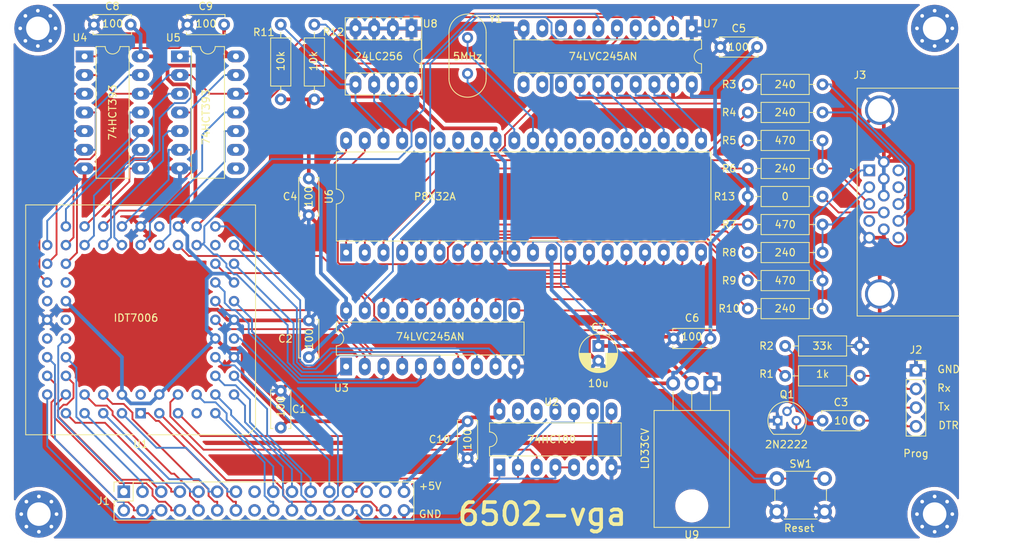
<source format=kicad_pcb>
(kicad_pcb (version 20211014) (generator pcbnew)
  (layers (0 "F.Cu" signal) (31 "B.Cu" signal) (34 "B.Paste" user) (35 "F.Paste" user) (36 "B.SilkS" user "B.Silkscreen") (37 "F.SilkS" user "F.Silkscreen") (38 "B.Mask" user) (39 "F.Mask" user) (44 "Edge.Cuts" user))
  (net 0 "")
  (net 1 "+5V")
  (net 2 "GND")
  (net 3 "+3V3")
  (net 4 "Net-(C3-Pad2)")
  (net 5 "Net-(C3-Pad1)")
  (net 6 "~{RAMSEL}")
  (net 10 "R~{W}")
  (net 11 "CLK")
  (net 12 "D7")
  (net 13 "D6")
  (net 14 "D5")
  (net 15 "D4")
  (net 16 "D3")
  (net 17 "D2")
  (net 18 "D1")
  (net 19 "D0")
  (net 22 "A13")
  (net 23 "A12")
  (net 24 "A11")
  (net 25 "A10")
  (net 26 "A9")
  (net 27 "A8")
  (net 28 "A7")
  (net 29 "A6")
  (net 30 "A5")
  (net 31 "A4")
  (net 32 "A3")
  (net 33 "A2")
  (net 34 "A1")
  (net 35 "A0")
  (net 36 "Tx")
  (net 37 "Net-(J2-Pad2)")
  (net 38 "Net-(J3-Pad1)")
  (net 39 "Net-(J3-Pad2)")
  (net 40 "Net-(J3-Pad3)")
  (net 41 "Net-(J3-Pad13)")
  (net 42 "Net-(J3-Pad14)")
  (net 47 "~{RES}")
  (net 48 "Rx")
  (net 49 "Net-(R3-Pad1)")
  (net 50 "Net-(R4-Pad1)")
  (net 51 "Net-(R5-Pad1)")
  (net 52 "Net-(R6-Pad1)")
  (net 53 "Net-(R7-Pad1)")
  (net 54 "Net-(R8-Pad1)")
  (net 55 "Net-(R11-Pad1)")
  (net 56 "Net-(R12-Pad1)")
  (net 59 "A0R")
  (net 60 "A2R")
  (net 63 "A1R")
  (net 64 "A3R")
  (net 65 "A5R")
  (net 66 "A7R")
  (net 67 "A9R")
  (net 68 "A11R")
  (net 70 "Net-(U1-Pad29)")
  (net 71 "Net-(U1-Pad27)")
  (net 72 "A4R")
  (net 73 "A6R")
  (net 74 "A8R")
  (net 75 "A10R")
  (net 76 "A12R")
  (net 77 "A13R")
  (net 78 "Net-(U1-Pad32)")
  (net 79 "Net-(U1-Pad30)")
  (net 81 "Net-(U1-Pad26)")
  (net 82 "Net-(U1-Pad24)")
  (net 83 "Net-(U1-Pad20)")
  (net 84 "Net-(U1-Pad25)")
  (net 85 "Net-(U1-Pad23)")
  (net 86 "Net-(U1-Pad21)")
  (net 87 "Net-(U1-Pad19)")
  (net 89 "~{WE}")
  (net 90 "~{OE}")
  (net 92 "Net-(U2-Pad6)")
  (net 93 "Net-(U3-Pad18)")
  (net 94 "Net-(U3-Pad17)")
  (net 95 "Net-(U3-Pad16)")
  (net 96 "Net-(U3-Pad15)")
  (net 97 "Net-(U3-Pad14)")
  (net 98 "Net-(U3-Pad13)")
  (net 99 "Net-(U3-Pad12)")
  (net 100 "Net-(U3-Pad11)")
  (net 101 "Net-(U4-Pad12)")
  (net 102 "Net-(U4-Pad1)")
  (net 105 "Net-(U6-Pad31)")
  (net 106 "Net-(U6-Pad30)")
  (net 107 "Net-(U6-Pad25)")
  (net 108 "Net-(U6-Pad24)")
  (net 109 "Net-(U6-Pad23)")
  (net 110 "Net-(U6-Pad22)")
  (net 111 "Net-(U6-Pad21)")
  (net 118 "Net-(J3-Pad9)")
  (net 126 "Net-(R9-Pad1)")
  (net 127 "Net-(R10-Pad1)")
  (footprint "Capacitor_THT:C_Disc_D5.0mm_W2.5mm_P5.00mm" (layer "F.Cu") (at 138.684 131.572 -90)
    (fp_text reference "C1")
    (fp_text value "100n")
  )
  (footprint "Capacitor_THT:C_Disc_D5.0mm_W2.5mm_P5.00mm" (layer "F.Cu") (at 142.494 127 90)
    (fp_text reference "C2")
    (fp_text value "100n")
  )
  (footprint "Capacitor_THT:C_Disc_D5.0mm_W2.5mm_P5.00mm" (layer "F.Cu") (at 142.494 107.696 90)
    (fp_text reference "C4")
    (fp_text value "100n")
  )
  (footprint "Capacitor_THT:C_Disc_D5.0mm_W2.5mm_P5.00mm" (layer "F.Cu") (at 203.454 84.836 180)
    (fp_text reference "C5")
    (fp_text value "100n")
  )
  (footprint "Capacitor_THT:C_Disc_D5.0mm_W2.5mm_P5.00mm" (layer "F.Cu") (at 125.984 81.788)
    (fp_text reference "C9")
    (fp_text value "100n")
  )
  (footprint "Capacitor_THT:C_Disc_D5.0mm_W2.5mm_P5.00mm" (layer "F.Cu") (at 164.084 140.716 90)
    (fp_text reference "C10")
    (fp_text value "100n")
  )
  (footprint "Connector_PinSocket_2.54mm:PinSocket_2x16_P2.54mm_Vertical" (layer "F.Cu") (at 117.348 145.288 90)
    (fp_text reference "J1")
    (fp_text value "Expansion")
  )
  (footprint "Connector_PinSocket_2.54mm:PinSocket_1x04_P2.54mm_Vertical" (layer "F.Cu") (at 225.044 128.778)
    (fp_text reference "J2")
    (fp_text value "PROG")
  )
  (footprint "Connector_Dsub:DSUB-15-HD_Female_Horizontal_P2.29x1.98mm_EdgePinOffset8.35mm_Housed_MountingHolesOffset10.89mm" (layer "F.Cu") (at 218.694 101.6 90)
    (fp_text reference "J3")
    (fp_text value "VGA")
  )
  (footprint "Package_TO_SOT_THT:TO-92" (layer "F.Cu") (at 206.248 135.636)
    (fp_text reference "Q1")
    (fp_text value "2N2222")
  )
  (footprint "Resistor_THT:R_Axial_DIN0207_L6.3mm_D2.5mm_P10.16mm_Horizontal" (layer "F.Cu") (at 207.264 129.54)
    (fp_text reference "R1")
    (fp_text value "1k")
  )
  (footprint "Resistor_THT:R_Axial_DIN0207_L6.3mm_D2.5mm_P10.16mm_Horizontal" (layer "F.Cu") (at 207.264 125.476)
    (fp_text reference "R2")
    (fp_text value "33k")
  )
  (footprint "Resistor_THT:R_Axial_DIN0207_L6.3mm_D2.5mm_P10.16mm_Horizontal" (layer "F.Cu") (at 202.184 89.916)
    (fp_text reference "R3")
    (fp_text value "240")
  )
  (footprint "Resistor_THT:R_Axial_DIN0207_L6.3mm_D2.5mm_P10.16mm_Horizontal" (layer "F.Cu") (at 202.184 97.536)
    (fp_text reference "R5")
    (fp_text value "470")
  )
  (footprint "Resistor_THT:R_Axial_DIN0207_L6.3mm_D2.5mm_P10.16mm_Horizontal" (layer "F.Cu") (at 202.184 101.346)
    (fp_text reference "R6")
    (fp_text value "240")
  )
  (footprint "Resistor_THT:R_Axial_DIN0207_L6.3mm_D2.5mm_P10.16mm_Horizontal" (layer "F.Cu") (at 202.184 112.776)
    (fp_text reference "R8")
    (fp_text value "240")
  )
  (footprint "Resistor_THT:R_Axial_DIN0207_L6.3mm_D2.5mm_P10.16mm_Horizontal" (layer "F.Cu") (at 202.184 116.586)
    (fp_text reference "R9")
    (fp_text value "470")
  )
  (footprint "Resistor_THT:R_Axial_DIN0207_L6.3mm_D2.5mm_P10.16mm_Horizontal" (layer "F.Cu") (at 202.184 120.396)
    (fp_text reference "R10")
    (fp_text value "240")
  )
  (footprint "Resistor_THT:R_Axial_DIN0207_L6.3mm_D2.5mm_P10.16mm_Horizontal" (layer "F.Cu") (at 143.256 81.788 -90)
    (fp_text reference "R12")
    (fp_text value "10k")
  )
  (footprint "Package_LCC:PLCC-68_THT-Socket" (layer "F.Cu") (at 119.634 134.62 180)
    (fp_text reference "U1")
    (fp_text value "IDT7006")
  )
  (footprint "Package_DIP:DIP-14_W7.62mm_LongPads" (layer "F.Cu") (at 168.402 141.986 90)
    (fp_text reference "U2")
    (fp_text value "74HCT00")
  )
  (footprint "Package_DIP:DIP-20_W7.62mm_LongPads" (layer "F.Cu") (at 147.574 128.27 90)
    (fp_text reference "U3")
    (fp_text value "74LVC245AN")
  )
  (footprint "Package_DIP:DIP-14_W7.62mm_LongPads" (layer "F.Cu") (at 112.014 86.106)
    (fp_text reference "U4")
    (fp_text value "74HCT393")
  )
  (footprint "Package_DIP:DIP-14_W7.62mm_LongPads" (layer "F.Cu") (at 124.968 86.106)
    (fp_text reference "U5")
    (fp_text value "74HCT393")
  )
  (footprint "Package_DIP:DIP-40_W15.24mm_LongPads" (layer "F.Cu") (at 147.574 112.776 90)
    (fp_text reference "U6")
    (fp_text value "P8X32A-D40")
  )
  (footprint "Package_DIP:DIP-20_W7.62mm_LongPads" (layer "F.Cu") (at 194.564 82.296 -90)
    (fp_text reference "U7")
    (fp_text value "74LVC245AN")
  )
  (footprint "Package_DIP:DIP-8_W7.62mm_Socket_LongPads" (layer "F.Cu") (at 156.464 82.296 -90)
    (fp_text reference "U8")
    (fp_text value "24LC256")
  )
  (footprint "Resistor_THT:R_Axial_DIN0207_L6.3mm_D2.5mm_P10.16mm_Horizontal" (layer "F.Cu") (at 202.184 108.966)
    (fp_text reference "R7")
    (fp_text value "470")
  )
  (footprint "Resistor_THT:R_Axial_DIN0207_L6.3mm_D2.5mm_P10.16mm_Horizontal" (layer "F.Cu") (at 202.184 93.726)
    (fp_text reference "R4")
    (fp_text value "240")
  )
  (footprint "Capacitor_THT:C_Disc_D5.0mm_W2.5mm_P5.00mm" (layer "F.Cu") (at 212.344 135.636)
    (fp_text reference "C3")
    (fp_text value "10n")
  )
  (footprint "Capacitor_THT:C_Disc_D5.0mm_W2.5mm_P5.00mm" (layer "F.Cu") (at 113.284 81.788)
    (fp_text reference "C8")
    (fp_text value "100n")
  )
  (footprint "Capacitor_THT:C_Disc_D5.0mm_W2.5mm_P5.00mm" (layer "F.Cu") (at 197.104 124.46 180)
    (fp_text reference "C6")
    (fp_text value "100n")
  )
  (footprint "Resistor_THT:R_Axial_DIN0207_L6.3mm_D2.5mm_P10.16mm_Horizontal" (layer "F.Cu") (at 138.684 81.788 -90)
    (fp_text reference "R11")
    (fp_text value "10k")
  )
  (footprint "Crystal:Crystal_HC49-U_Vertical" (layer "F.Cu") (at 164.084 83.566 -90)
    (fp_text reference "Y1")
    (fp_text value "5MHz")
  )
  (footprint "MountingHole:MountingHole_3.2mm_M3_Pad_Via" (layer "F.Cu") (at 105.664 82.296)
    (fp_text reference "H1" hide)
    (fp_text value "MountingHole")
  )
  (footprint "MountingHole:MountingHole_3.2mm_M3_Pad_Via" (layer "F.Cu") (at 227.584 82.296)
    (fp_text reference "H2" hide)
    (fp_text value "MountingHole")
  )
  (footprint "MountingHole:MountingHole_3.2mm_M3_Pad_Via" (layer "F.Cu") (at 227.584 148.336)
    (fp_text reference "H3" hide)
    (fp_text value "MountingHole")
  )
  (footprint "MountingHole:MountingHole_3.2mm_M3_Pad_Via" (layer "F.Cu") (at 105.804 148.336)
    (fp_text reference "H4" hide)
    (fp_text value "MountingHole")
  )
  (footprint "Resistor_THT:R_Axial_DIN0207_L6.3mm_D2.5mm_P10.16mm_Horizontal" (layer "F.Cu") (at 212.344 105.156 180)
    (fp_text reference "R13")
    (fp_text value "0")
  )
  (footprint "Button_Switch_THT:SW_PUSH_6mm_H4.3mm" (layer "F.Cu") (at 206.121 143.51)
    (fp_text reference "SW1")
    (fp_text value "RESET")
  )
  (footprint "Capacitor_THT:CP_Radial_D5.0mm_P2.00mm" (layer "F.Cu") (at 181.864 125.476 -90)
    (fp_text reference "C7")
    (fp_text value "10u")
  )
  (footprint "Package_TO_SOT_THT:TO-220-3_Horizontal_TabDown" (layer "F.Cu") (at 197.104 130.556 180)
    (fp_text reference "U9")
    (fp_text value "LD33CV")
  )
  (gr_arc (start 227.584 78.486) (mid 230.278077 79.601923) (end 231.394 82.296) (layer "Edge.Cuts") (width 0.001))
  (gr_line (start 231.394 148.336) (end 231.394 82.296) (layer "Edge.Cuts") (width 0.001))
  (gr_line (start 227.584 78.486) (end 105.664 78.486) (layer "Edge.Cuts") (width 0.001))
  (gr_line (start 101.854827 82.296) (end 101.90164 148.336827) (layer "Edge.Cuts") (width 0.001))
  (gr_arc (start 231.394 148.336) (mid 230.278077 151.030077) (end 227.584 152.146) (layer "Edge.Cuts") (width 0.001))
  (gr_line (start 227.584 152.146) (end 105.71164 152.146827) (layer "Edge.Cuts") (width 0.001))
  (gr_arc (start 105.71164 152.146827) (mid 103.017563 151.030904) (end 101.90164 148.336827) (layer "Edge.Cuts") (width 0.001))
  (gr_arc (start 101.854827 82.296) (mid 102.970215 79.601973) (end 105.664 78.486) (layer "Edge.Cuts") (width 0.001))
  (gr_text "74HCT393" (at 128.524 94.361 90) (layer "F.SilkS") (effects (font (size 1 1))))
  (gr_text "100" (at 194.564 124.206) (layer "F.SilkS") (effects (font (size 1 1))))
  (gr_text "100" (at 142.494 105.156 90) (layer "F.SilkS") (effects (font (size 1 1))))
  (gr_text "100" (at 164.084 138.176 90) (layer "F.SilkS") (effects (font (size 1 1))))
  (gr_text "0" (at 207.264 105.156) (layer "F.SilkS") (effects (font (size 1 1))))
  (gr_text "100" (at 128.524 81.661) (layer "F.SilkS") (effects (font (size 1 1))))
  (gr_text "100" (at 115.824 81.661) (layer "F.SilkS") (effects (font (size 1 1))))
  (gr_text "240" (at 207.264 120.396) (layer "F.SilkS") (effects (font (size 1 1))))
  (gr_text "240" (at 207.264 93.726) (layer "F.SilkS") (effects (font (size 1 1))))
  (gr_text "240" (at 207.264 101.346) (layer "F.SilkS") (effects (font (size 1 1))))
  (gr_text "240" (at 207.264 89.916) (layer "F.SilkS") (effects (font (size 1 1))))
  (gr_text "240" (at 207.264 112.776) (layer "F.SilkS") (effects (font (size 1 1))))
  (gr_text "Prog" (at 225.044 140.081) (layer "F.SilkS") (effects (font (size 1 1))))
  (gr_text "10k" (at 143.129 86.741 90) (layer "F.SilkS") (effects (font (size 1 1))))
  (gr_text "6502-vga" (at 174.244 148.336) (layer "F.SilkS") (effects (font (size 3 3) (thickness 0.5))))
  (gr_text "74LVC245AN" (at 159.004 124.206) (layer "F.SilkS") (effects (font (size 1 1))))
  (gr_text "10u" (at 181.864 130.556) (layer "F.SilkS") (effects (font (size 1 1))))
  (gr_text "LD33CV" (at 188.214 139.446 90) (layer "F.SilkS") (effects (font (size 1 1))))
  (gr_text "+5V" (at 159.004 144.526) (layer "F.SilkS") (effects (font (size 1 1))))
  (gr_text "2N2222" (at 207.437254 138.869017) (layer "F.SilkS") (effects (font (size 1 1))))
  (gr_text "74LVC245AN" (at 182.499 86.106) (layer "F.SilkS") (effects (font (size 1 1))))
  (gr_text "74HCT00" (at 175.514 138.176) (layer "F.SilkS") (effects (font (size 1 1))))
  (gr_text "Rx" (at 228.854 131.191) (layer "F.SilkS") (effects (font (size 1 1))))
  (gr_text "P8X32A" (at 159.639 105.156) (layer "F.SilkS") (effects (font (size 1 1))))
  (gr_text "10" (at 214.884 135.636) (layer "F.SilkS") (effects (font (size 1 1))))
  (gr_text "5MHz" (at 164.084 86.106) (layer "F.SilkS") (effects (font (size 1 1))))
  (gr_text "1k" (at 212.344 129.286) (layer "F.SilkS") (effects (font (size 1 1))))
  (gr_text "Reset" (at 209.169 150.241) (layer "F.SilkS") (effects (font (size 1 1))))
  (gr_text "74HCT393" (at 115.824 93.726 90) (layer "F.SilkS") (effects (font (size 1 1))))
  (gr_text "100" (at 142.551219 124.518975 90) (layer "F.SilkS") (effects (font (size 1 1))))
  (gr_text "IDT7006" (at 118.999 121.666) (layer "F.SilkS") (effects (font (size 1 1))))
  (gr_text "100" (at 138.684 133.731 90) (layer "F.SilkS") (effects (font (size 1 1))))
  (gr_text "GND" (at 159.004 148.336) (layer "F.SilkS") (effects (font (size 1 1))))
  (gr_text "Tx" (at 228.854 133.731) (layer "F.SilkS") (effects (font (size 1 1))))
  (gr_text "470" (at 207.264 108.966) (layer "F.SilkS") (effects (font (size 1 1))))
  (gr_text "470" (at 207.264 116.586) (layer "F.SilkS") (effects (font (size 1 1))))
  (gr_text "33k" (at 212.344 125.476) (layer "F.SilkS") (effects (font (size 1 1))))
  (gr_text "DTR" (at 229.489 136.271) (layer "F.SilkS") (effects (font (size 1 1))))
  (gr_text "10k" (at 138.684 86.741 90) (layer "F.SilkS") (effects (font (size 1 1))))
  (gr_text "100" (at 200.914 84.836) (layer "F.SilkS") (effects (font (size 1 1))))
  (gr_text "24LC256" (at 152.019 86.106) (layer "F.SilkS") (effects (font (size 1 1))))
  (gr_text "GND" (at 229.489 128.651) (layer "F.SilkS") (effects (font (size 1 1))))
  (gr_text "470" (at 207.264 97.536) (layer "F.SilkS") (effects (font (size 1 1))))
  (segment (start 164.6089 135.1911) (end 164.084 135.716) (width 0.5) (layer "F.Cu") (net 1))
  (segment (start 133.4955 126.5188) (end 132.8151 125.8384) (width 0.5) (layer "F.Cu") (net 1))
  (segment (start 192.024 130.556) (end 170.5617 130.556) (width 0.5) (layer "F.Cu") (net 1))
  (segment (start 133.4955 129.6715) (end 133.4955 126.5188) (width 0.5) (layer "F.Cu") (net 1))
  (segment (start 127.0789 91.0741) (end 125.9208 89.916) (width 0.5) (layer "F.Cu") (net 1))
  (segment (start 132.588 86.106) (end 131.7629 86.106) (width 0.5) (layer "F.Cu") (net 1))
  (segment (start 168.402 134.366) (end 168.402 135.1911) (width 0.5) (layer "F.Cu") (net 1))
  (segment (start 125.9208 89.916) (end 124.0542 89.916) (width 0.5) (layer "F.Cu") (net 1))
  (segment (start 123.2872 87.3958) (end 121.9974 86.106) (width 0.5) (layer "F.Cu") (net 1))
  (segment (start 124.0542 89.916) (end 123.2872 89.149) (width 0.5) (layer "F.Cu") (net 1))
  (segment (start 123.3266 87.3564) (end 129.6873 87.3564) (width 0.5) (layer "F.Cu") (net 1))
  (segment (start 119.634 86.106) (end 121.2843 86.106) (width 0.5) (layer "F.Cu") (net 1))
  (segment (start 124.714 109.22) (end 127.0789 106.8551) (width 0.5) (layer "F.Cu") (net 1))
  (segment (start 127.0789 106.8551) (end 127.0789 91.0741) (width 0.5) (layer "F.Cu") (net 1))
  (segment (start 168.402 134.366) (end 168.402 132.7157) (width 0.5) (layer "F.Cu") (net 1))
  (segment (start 132.8151 125.8384) (end 131.1724 125.8384) (width 0.5) (layer "F.Cu") (net 1))
  (segment (start 121.9974 86.106) (end 121.2843 86.106) (width 0.5) (layer "F.Cu") (net 1))
  (segment (start 139.54 135.716) (end 138.684 136.572) (width 0.5) (layer "F.Cu") (net 1))
  (segment (start 139.54 135.716) (end 133.4955 129.6715) (width 0.5) (layer "F.Cu") (net 1))
  (segment (start 130.984 85.3271) (end 130.984 81.788) (width 0.5) (layer "F.Cu") (net 1))
  (segment (start 129.6873 87.3564) (end 130.9377 86.106) (width 0.5) (layer "F.Cu") (net 1))
  (segment (start 131.1724 125.8384) (end 129.794 124.46) (width 0.5) (layer "F.Cu") (net 1))
  (segment (start 123.2872 87.3958) (end 123.3266 87.3564) (width 0.5) (layer "F.Cu") (net 1))
  (segment (start 131.7629 86.106) (end 130.984 85.3271) (width 0.5) (layer "F.Cu") (net 1))
  (segment (start 168.402 135.1911) (end 164.6089 135.1911) (width 0.5) (layer "F.Cu") (net 1))
  (segment (start 131.7629 86.106) (end 130.9377 86.106) (width 0.5) (layer "F.Cu") (net 1))
  (segment (start 123.2872 89.149) (end 123.2872 87.3958) (width 0.5) (layer "F.Cu") (net 1))
  (segment (start 170.5617 130.556) (end 168.402 132.7157) (width 0.5) (layer "F.Cu") (net 1))
  (segment (start 164.084 135.716) (end 139.54 135.716) (width 0.5) (layer "F.Cu") (net 1))
  (segment (start 125.984 112.277) (end 129.3433 115.6363) (width 0.5) (layer "B.Cu") (net 1))
  (segment (start 125.984 110.49) (end 125.984 112.277) (width 0.5) (layer "B.Cu") (net 1))
  (segment (start 197.7353 90.5547) (end 203.454 84.836) (width 0.5) (layer "B.Cu") (net 1))
  (segment (start 155.8123 143.9877) (end 164.084 135.716) (width 0.5) (layer "B.Cu") (net 1))
  (segment (start 155.448 145.288) (end 155.448 143.9877) (width 0.5) (layer "B.Cu") (net 1))
  (segment (start 202.184 103.9057) (end 197.7353 99.457) (width 0.5) (layer "B.Cu") (net 1))
  (segment (start 202.184 105.156) (end 202.184 103.9057) (width 0.5) (layer "B.Cu") (net 1))
  (segment (start 117.094 127) (end 109.474 119.38) (width 0.5) (layer "B.Cu") (net 1))
  (segment (start 128.6126 116.367) (end 129.3433 115.6363) (width 0.5) (layer "B.Cu") (net 1))
  (segment (start 124.714 109.22) (end 125.984 110.49) (width 0.5) (layer "B.Cu") (net 1))
  (segment (start 192.024 129.1057) (end 192.4583 129.1057) (width 0.5) (layer "B.Cu") (net 1))
  (segment (start 129.794 124.46) (end 128.6126 123.2786) (width 0.5) (layer "B.Cu") (net 1))
  (segment (start 202.184 105.156) (end 202.184 106.4063) (width 0.5) (layer "B.Cu") (net 1))
  (segment (start 118.3001 133.2861) (end 117.094 132.08) (width 0.5) (layer "B.Cu") (net 1))
  (segment (start 155.448 143.9877) (end 155.8123 143.9877) (width 0.5) (layer "B.Cu") (net 1))
  (segment (start 197.7353 91.5663) (end 194.564 91.5663) (width 0.5) (layer "B.Cu") (net 1))
  (segment (start 117.094 132.08) (end 117.094 127) (width 0.5) (layer "B.Cu") (net 1))
  (segment (start 192.024 130.556) (end 192.024 129.1057) (width 0.5) (layer "B.Cu") (net 1))
  (segment (start 197.104 124.46) (end 197.104 111.4863) (width 0.5) (layer "B.Cu") (net 1))
  (segment (start 122.174 132.08) (end 120.9679 133.2861) (width 0.5) (layer "B.Cu") (net 1))
  (segment (start 131.1303 115.6363) (end 132.334 116.84) (width 0.5) (layer "B.Cu") (net 1))
  (segment (start 118.284 81.788) (end 119.634 83.138) (width 0.5) (layer "B.Cu") (net 1))
  (segment (start 192.4583 129.1057) (end 197.104 124.46) (width 0.5) (layer "B.Cu") (net 1))
  (segment (start 119.634 83.138) (end 119.634 86.106) (width 0.5) (layer "B.Cu") (net 1))
  (segment (start 194.564 89.916) (end 194.564 91.5663) (width 0.5) (layer "B.Cu") (net 1))
  (segment (start 129.794 124.46) (end 122.174 132.08) (width 0.5) (layer "B.Cu") (net 1))
  (segment (start 197.7353 99.457) (end 197.7353 91.5663) (width 0.5) (layer "B.Cu") (net 1))
  (segment (start 197.7353 91.5663) (end 197.7353 90.5547) (width 0.5) (layer "B.Cu") (net 1))
  (segment (start 120.9679 133.2861) (end 118.3001 133.2861) (width 0.5) (layer "B.Cu") (net 1))
  (segment (start 128.6126 123.2786) (end 128.6126 116.367) (width 0.5) (layer "B.Cu") (net 1))
  (segment (start 129.3433 115.6363) (end 131.1303 115.6363) (width 0.5) (layer "B.Cu") (net 1))
  (segment (start 197.104 111.4863) (end 202.184 106.4063) (width 0.5) (layer "B.Cu") (net 1))
  (segment (start 220.114 118.415) (end 220.114 114.0031) (width 0.5) (layer "F.Cu") (net 2))
  (segment (start 124.968 101.346) (end 123.3177 101.346) (width 0.5) (layer "F.Cu") (net 2))
  (segment (start 220.674 100.455) (end 220.674 100.3184) (width 0.5) (layer "F.Cu") (net 2))
  (segment (start 171.6344 82.3656) (end 171.704 82.296) (width 0.5) (layer "F.Cu") (net 2))
  (segment (start 118.3498 112.1975) (end 109.8973 120.65) (width 0.5) (layer "F.Cu") (net 2))
  (segment (start 156.464 82.3656) (end 171.6344 82.3656) (width 0.5) (layer "F.Cu") (net 2))
  (segment (start 156.464 82.3308) (end 153.9588 82.3308) (width 0.5) (layer "F.Cu") (net 2))
  (segment (start 180.5845 126.4457) (end 170.608 126.4457) (width 0.5) (layer "F.Cu") (net 2))
  (segment (start 142.494 122) (end 132.414 122) (width 0.5) (layer "F.Cu") (net 2))
  (segment (start 130.1002 120.5416) (end 131.4786 121.92) (width 0.5) (layer "F.Cu") (net 2))
  (segment (start 109.8973 120.65) (end 108.204 120.65) (width 0.5) (layer "F.Cu") (net 2))
  (segment (start 131.4786 121.92) (end 132.334 121.92) (width 0.5) (layer "F.Cu") (net 2))
  (segment (start 197.104 129.1057) (end 196.7497 129.1057) (width 0.5) (layer "F.Cu") (net 2))
  (segment (start 156.464 82.296) (end 156.464 82.3308) (width 0.5) (layer "F.Cu") (net 2))
  (segment (start 118.3498 110.5042) (end 118.3498 112.1975) (width 0.5) (layer "F.Cu") (net 2))
  (segment (start 223.9648 111.266) (end 223.9648 101.099) (width 0.5) (layer "F.Cu") (net 2))
  (segment (start 223.2179 112.0129) (end 223.9648 111.266) (width 0.5) (layer "F.Cu") (net 2))
  (segment (start 181.6148 127.476) (end 181.864 127.476) (width 0.5) (layer "F.Cu") (net 2))
  (segment (start 113.6643 101.346) (end 114.9342 100.0761) (width 0.5) (layer "F.Cu") (net 2))
  (segment (start 112.014 101.346) (end 113.6643 101.346) (width 0.5) (layer "F.Cu") (net 2))
  (segment (start 114.9342 100.0761) (end 122.0478 100.0761) (width 0.5) (layer "F.Cu") (net 2))
  (segment (start 132.414 122) (end 132.334 121.92) (width 0.5) (layer "F.Cu") (net 2))
  (segment (start 180.5845 126.4457) (end 181.6148 127.476) (width 0.5) (layer "F.Cu") (net 2))
  (segment (start 196.7497 129.1057) (end 192.104 124.46) (width 0.5) (layer "F.Cu") (net 2))
  (segment (start 220.674 93.975) (end 220.114 93.415) (width 0.5) (layer "F.Cu") (net 2))
  (segment (start 222.0156 112.1015) (end 220.674 110.76) (width 0.5) (layer "F.Cu") (net 2))
  (segment (start 222.0156 112.1015) (end 222.1042 112.0129) (width 0.5) (layer "F.Cu") (net 2))
  (segment (start 220.674 110.76) (end 218.694 110.76) (width 0.5) (layer "F.Cu") (net 2))
  (segment (start 125.984 81.788) (end 124.6887 83.0833) (width 0.5) (layer "F.Cu") (net 2))
  (segment (start 122.0478 100.0761) (end 123.3177 101.346) (width 0.5) (layer "F.Cu") (net 2))
  (segment (start 153.924 82.296) (end 151.384 82.296) (width 0.5) (layer "F.Cu") (net 2))
  (segment (start 124.6887 83.0833) (end 114.5793 83.0833) (width 0.5) (layer "F.Cu") (net 2))
  (segment (start 148.844 82.296) (end 151.384 82.296) (width 0.5) (layer "F.Cu") (net 2))
  (segment (start 191.8696 124.2256) (end 180.8643 124.2256) (width 0.5) (layer "F.Cu") (net 2))
  (segment (start 220.674 100.3184) (end 220.674 93.975) (width 0.5) (layer "F.Cu") (net 2))
  (segment (start 170.608 126.4457) (end 170.434 126.6197) (width 0.5) (layer "F.Cu") (net 2))
  (segment (start 170.434 128.27) (end 170.434 126.6197) (width 0.5) (layer "F.Cu") (net 2))
  (segment (start 156.464 82.3308) (end 156.464 82.3656) (width 0.5) (layer "F.Cu") (net 2))
  (segment (start 126.6939 120.5416) (end 130.1002 120.5416) (width 0.5) (layer "F.Cu") (net 2))
  (segment (start 108.204 120.65) (end 106.934 121.92) (width 0.5) (layer "F.Cu") (net 2))
  (segment (start 223.1842 100.3184) (end 220.674 100.3184) (width 0.5) (layer "F.Cu") (net 2))
  (segment (start 217.424 124.2257) (end 220.114 121.5357) (width 0.5) (layer "F.Cu") (net 2))
  (segment (start 222.1042 112.0129) (end 223.2179 112.0129) (width 0.5) (layer "F.Cu") (net 2))
  (segment (start 170.434 112.776) (end 167.894 112.776) (width 0.5) (layer "F.Cu") (net 2))
  (segment (start 114.5793 83.0833) (end 113.284 81.788) (width 0.5) (layer "F.Cu") (net 2))
  (segment (start 153.9588 82.3308) (end 153.924 82.296) (width 0.5) (layer "F.Cu") (net 2))
  (segment (start 119.634 109.22) (end 118.3498 110.5042) (width 0.5) (layer "F.Cu") (net 2))
  (segment (start 192.104 124.46) (end 191.8696 124.2256) (width 0.5) (layer "F.Cu") (net 2))
  (segment (start 223.9648 101.099) (end 223.1842 100.3184) (width 0.5) (layer "F.Cu") (net 2))
  (segment (start 220.114 121.5357) (end 220.114 118.415) (width 0.5) (layer "F.Cu") (net 2))
  (segment (start 220.114 114.0031) (end 222.0156 112.1015) (width 0.5) (layer "F.Cu") (net 2))
  (segment (start 118.3498 112.1975) (end 126.6939 120.5416) (width 0.5) (layer "F.Cu") (net 2))
  (segment (start 197.104 130.556) (end 197.104 129.1057) (width 0.5) (layer "F.Cu") (net 2))
  (segment (start 180.5845 124.5054) (end 180.5845 126.4457) (width 0.5) (layer "F.Cu") (net 2))
  (segment (start 217.424 125.476) (end 217.424 124.2257) (width 0.5) (layer "F.Cu") (net 2))
  (segment (start 220.674 110.76) (end 220.674 109.615) (width 0.5) (layer "F.Cu") (net 2))
  (segment (start 180.8643 124.2256) (end 180.5845 124.5054) (width 0.5) (layer "F.Cu") (net 2))
  (segment (start 182.372 127.984) (end 182.372 139.0657) (width 0.5) (layer "B.Cu") (net 2))
  (segment (start 198.5068 130.556) (end 203.5868 135.636) (width 0.5) (layer "B.Cu") (net 2))
  (segment (start 175.514 106.0457) (end 170.434 111.1257) (width 0.5) (layer "B.Cu") (net 2))
  (segment (start 131.1434 123.1106) (end 131.1434 125.8094) (width 0.5) (layer "B.Cu") (net 2))
  (segment (start 167.894 115.5888) (end 169.164 116.8588) (width 0.5) (layer "B.Cu") (net 2))
  (segment (start 219.4757 128.778) (end 219.4757 130.2785) (width 0.5) (layer "B.Cu") (net 2))
  (segment (start 112.014 101.346) (end 110.3637 101.346) (width 0.5) (layer "B.Cu") (net 2))
  (segment (start 170.434 129.9203) (end 166.5066 133.8477) (width 0.5) (layer "B.Cu") (net 2))
  (segment (start 148.7232 80.5249) (end 148.844 80.6457) (width 0.5) (layer "B.Cu") (net 2))
  (segment (start 217.424 125.476) (end 217.424 126.7263) (width 0.5) (layer "B.Cu") (net 2))
  (segment (start 170.434 128.27) (end 170.434 129.9203) (width 0.5) (layer "B.Cu") (net 2))
  (segment (start 175.514 88.2657) (end 192.024 88.2657) (width 0.5) (layer "B.Cu") (net 2))
  (segment (start 183.642 141.986) (end 183.642 140.3357) (width 0.5) (layer "B.Cu") (net 2))
  (segment (start 194.564 83.1211) (end 196.7391 83.1211) (width 0.5) (layer "B.Cu") (net 2))
  (segment (start 127.2471 80.5249) (end 148.7232 80.5249) (width 0.5) (layer "B.Cu") (net 2))
  (segment (start 196.7391 83.1211) (end 198.454 84.836) (width 0.5) (layer "B.Cu") (net 2))
  (segment (start 211.6201 138.1341) (end 207.6458 138.1341) (width 0.5) (layer "B.Cu") (net 2))
  (segment (start 166.5066 138.2934) (end 164.084 140.716) (width 0.5) (layer "B.Cu") (net 2))
  (segment (start 166.5066 133.8477) (end 166.5066 138.2934) (width 0.5) (layer "B.Cu") (net 2))
  (segment (start 169.164 116.8588) (end 169.164 125.3497) (width 0.5) (layer "B.Cu") (net 2))
  (segment (start 171.704 82.296) (end 171.704 83.9463) (width 0.5) (layer "B.Cu") (net 2))
  (segment (start 225.044 128.778) (end 223.7437 128.778) (width 0.5) (layer "B.Cu") (net 2))
  (segment (start 203.5868 135.636) (end 206.248 135.636) (width 0.5) (layer "B.Cu") (net 2))
  (segment (start 131.1434 125.8094) (end 132.334 127) (width 0.5) (layer "B.Cu") (net 2))
  (segment (start 207.6458 138.1341) (end 207.6458 146.4852) (width 0.5) (layer "B.Cu") (net 2))
  (segment (start 155.448 147.828) (end 156.972 147.828) (width 0.5) (layer "B.Cu") (net 2))
  (segment (start 206.248 135.636) (end 206.248 136.7363) (width 0.5) (layer "B.Cu") (net 2))
  (segment (start 125.984 81.788) (end 127.2471 80.5249) (width 0.5) (layer "B.Cu") (net 2))
  (segment (start 167.894 112.776) (end 167.894 115.5888) (width 0.5) (layer "B.Cu") (net 2))
  (segment (start 153.924 89.916) (end 153.924 82.296) (width 0.5) (layer "B.Cu") (net 2))
  (segment (start 192.024 89.916) (end 192.024 88.2657) (width 0.5) (layer "B.Cu") (net 2))
  (segment (start 209.1706 148.01) (end 207.6458 146.4852) (width 0.5) (layer "B.Cu") (net 2))
  (segment (start 220.674 105.035) (end 220.674 102.745) (width 0.5) (layer "B.Cu") (net 2))
  (segment (start 219.4757 130.2785) (end 211.6201 138.1341) (width 0.5) (layer "B.Cu") (net 2))
  (segment (start 197.104 130.556) (end 198.5068 130.556) (width 0.5) (layer "B.Cu") (net 2))
  (segment (start 206.248 136.7363) (end 207.6458 138.1341) (width 0.5) (layer "B.Cu") (net 2))
  (segment (start 148.844 82.296) (end 148.844 80.6457) (width 0.5) (layer "B.Cu") (net 2))
  (segment (start 207.6458 146.4852) (end 206.121 148.01) (width 0.5) (layer "B.Cu") (net 2))
  (segment (start 110.3637 84.7083) (end 110.3637 101.346) (width 0.5) (layer "B.Cu") (net 2))
  (segment (start 182.372 139.0657) (end 183.642 140.3357) (width 0.5) (layer "B.Cu") (net 2))
  (segment (start 169.164 125.3497) (end 170.434 126.6197) (width 0.5) (layer "B.Cu") (net 2))
  (segment (start 136.906 131.572) (end 132.334 127) (width 0.5) (layer "B.Cu") (net 2))
  (segment (start 175.514 97.536) (end 175.514 106.0457) (width 0.5) (layer "B.Cu") (net 2))
  (segment (start 192.024 86.4863) (end 194.564 83.9463) (width 0.5) (layer "B.Cu") (net 2))
  (segment (start 113.284 81.788) (end 110.3637 84.7083) (width 0.5) (layer "B.Cu") (net 2))
  (segment (start 170.434 112.776) (end 170.434 111.1257) (width 0.5) (layer "B.Cu") (net 2))
  (segment (start 192.024 88.2657) (end 192.024 86.4863) (width 0.5) (layer "B.Cu") (net 2))
  (segment (start 181.864 127.476) (end 182.372 127.984) (width 0.5) (layer "B.Cu") (net 2))
  (segment (start 220.674 102.745) (end 220.674 100.455) (width 0.5) (layer "B.Cu") (net 2))
  (segment (start 138.684 131.572) (end 136.906 131.572) (width 0.5) (layer "B.Cu") (net 2))
  (segment (start 194.564 82.296) (end 194.564 83.1211) (width 0.5) (layer "B.Cu") (net 2))
  (segment (start 124.968 103.886) (end 119.634 109.22) (width 0.5) (layer "B.Cu") (net 2))
  (segment (start 170.434 127.8365) (end 170.434 126.6197) (width 0.5) (layer "B.Cu") (net 2))
  (segment (start 124.968 101.346) (end 124.968 103.886) (width 0.5) (layer "B.Cu") (net 2))
  (segment (start 175.514 87.7563) (end 175.514 88.2657) (width 0.5) (layer "B.Cu") (net 2))
  (segment (start 170.434 127.8365) (end 170.434 128.27) (width 0.5) (layer "B.Cu") (net 2))
  (segment (start 217.424 126.7263) (end 219.4757 128.778) (width 0.5) (layer "B.Cu") (net 2))
  (segment (start 194.564 83.1211) (end 194.564 83.9463) (width 0.5) (layer "B.Cu") (net 2))
  (segment (start 212.621 148.01) (end 209.1706 148.01) (width 0.5) (layer "B.Cu") (net 2))
  (segment (start 142.494 107.696) (end 142.494 122) (width 0.5) (layer "B.Cu") (net 2))
  (segment (start 156.972 147.828) (end 164.084 140.716) (width 0.5) (layer "B.Cu") (net 2))
  (segment (start 219.4757 128.778) (end 223.7437 128.778) (width 0.5) (layer "B.Cu") (net 2))
  (segment (start 132.334 121.92) (end 131.1434 123.1106) (width 0.5) (layer "B.Cu") (net 2))
  (segment (start 171.704 83.9463) (end 175.514 87.7563) (width 0.5) (layer "B.Cu") (net 2))
  (segment (start 175.514 88.2657) (end 175.514 97.536) (width 0.5) (layer "B.Cu") (net 2))
  (segment (start 156.464 89.916) (end 156.464 91.5663) (width 0.5) (layer "F.Cu") (net 3))
  (segment (start 167.894 95.8857) (end 160.7834 95.8857) (width 0.5) (layer "F.Cu") (net 3))
  (segment (start 194.564 130.556) (end 189.484 125.476) (width 0.5) (layer "F.Cu") (net 3))
  (segment (start 156.464 91.5663) (end 144.888 91.5663) (width 0.5) (layer "F.Cu") (net 3))
  (segment (start 167.894 97.536) (end 167.894 95.8857) (width 0.5) (layer "F.Cu") (net 3))
  (segment (start 138.684 91.948) (end 142.494 91.948) (width 0.5) (layer "F.Cu") (net 3))
  (segment (start 160.7834 95.8857) (end 156.464 91.5663) (width 0.5) (layer "F.Cu") (net 3))
  (segment (start 189.484 125.476) (end 181.864 125.476) (width 0.5) (layer "F.Cu") (net 3))
  (segment (start 144.888 91.5663) (end 144.5063 91.948) (width 0.5) (layer "F.Cu") (net 3))
  (segment (start 142.494 91.948) (end 143.256 91.948) (width 0.5) (layer "F.Cu") (net 3))
  (segment (start 143.256 91.948) (end 144.5063 91.948) (width 0.5) (layer "F.Cu") (net 3))
  (segment (start 142.494 91.948) (end 142.494 102.696) (width 0.5) (layer "F.Cu") (net 3))
  (segment (start 147.574 120.65) (end 147.574 118.9997) (width 0.5) (layer "B.Cu") (net 3))
  (segment (start 175.514 114.4667) (end 169.9545 114.4667) (width 0.5) (layer "B.Cu") (net 3))
  (segment (start 175.514 117.8757) (end 175.514 114.4667) (width 0.5) (layer "B.Cu") (net 3))
  (segment (start 181.864 124.2257) (end 175.514 117.8757) (width 0.5) (layer "B.Cu") (net 3))
  (segment (start 147.1937 122.3003) (end 142.494 127) (width 0.5) (layer "B.Cu") (net 3))
  (segment (start 144.1339 115.5596) (end 147.574 118.9997) (width 0.5) (layer "B.Cu") (net 3))
  (segment (start 167.894 97.536) (end 167.894 99.1863) (width 0.5) (layer "B.Cu") (net 3))
  (segment (start 142.494 102.696) (end 144.1339 104.3359) (width 0.5) (layer "B.Cu") (net 3))
  (segment (start 169.164 100.4563) (end 167.894 99.1863) (width 0.5) (layer "B.Cu") (net 3))
  (segment (start 147.574 120.65) (end 147.574 122.3003) (width 0.5) (layer "B.Cu") (net 3))
  (segment (start 169.164 113.6762) (end 169.164 100.4563) (width 0.5) (layer "B.Cu") (net 3))
  (segment (start 144.1339 104.3359) (end 144.1339 115.5596) (width 0.5) (layer "B.Cu") (net 3))
  (segment (start 147.574 122.3003) (end 147.1937 122.3003) (width 0.5) (layer "B.Cu") (net 3))
  (segment (start 175.514 114.4667) (end 175.514 112.776) (width 0.5) (layer "B.Cu") (net 3))
  (segment (start 181.864 125.476) (end 181.864 124.2257) (width 0.5) (layer "B.Cu") (net 3))
  (segment (start 169.9545 114.4667) (end 169.164 113.6762) (width 0.5) (layer "B.Cu") (net 3))
  (segment (start 223.1067 135.636) (end 223.8687 136.398) (width 0.25) (layer "F.Cu") (net 4))
  (segment (start 217.344 135.636) (end 223.1067 135.636) (width 0.25) (layer "F.Cu") (net 4))
  (segment (start 225.044 136.398) (end 223.8687 136.398) (width 0.25) (layer "F.Cu") (net 4))
  (segment (start 210.5368 135.636) (end 208.3924 133.4916) (width 0.25) (layer "B.Cu") (net 5))
  (segment (start 208.3924 133.4916) (end 207.518 134.366) (width 0.25) (layer "B.Cu") (net 5))
  (segment (start 208.3924 126.6044) (end 208.3924 133.4916) (width 0.25) (layer "B.Cu") (net 5))
  (segment (start 207.264 125.476) (end 208.3924 126.6044) (width 0.25) (layer "B.Cu") (net 5))
  (segment (start 212.344 135.636) (end 210.5368 135.636) (width 0.25) (layer "B.Cu") (net 5))
  (segment (start 150.9248 146.6527) (end 151.7327 147.4606) (width 0.25) (layer "F.Cu") (net 6))
  (segment (start 139.0326 145.8721) (end 139.8132 146.6527) (width 0.25) (layer "F.Cu") (net 6))
  (segment (start 122.174 134.62) (end 131.273 143.719) (width 0.25) (layer "F.Cu") (net 6))
  (segment (start 131.273 143.719) (end 137.7615 143.719) (width 0.25) (layer "F.Cu") (net 6))
  (segment (start 139.0326 144.9901) (end 139.0326 145.8721) (width 0.25) (layer "F.Cu") (net 6))
  (segment (start 151.7327 147.4606) (end 151.7327 147.828) (width 0.25) (layer "F.Cu") (net 6))
  (segment (start 137.7615 143.719) (end 139.0326 144.9901) (width 0.25) (layer "F.Cu") (net 6))
  (segment (start 139.8132 146.6527) (end 150.9248 146.6527) (width 0.25) (layer "F.Cu") (net 6))
  (segment (start 152.908 147.828) (end 151.7327 147.828) (width 0.25) (layer "F.Cu") (net 6))
  (segment (start 178.562 141.986) (end 176.022 141.986) (width 0.25) (layer "F.Cu") (net 10))
  (segment (start 149.0033 147.828) (end 149.0033 148.1953) (width 0.25) (layer "B.Cu") (net 10))
  (segment (start 168.402 143.3987) (end 168.402 143.5113) (width 0.25) (layer "B.Cu") (net 10))
  (segment (start 176.022 143.5113) (end 168.402 143.5113) (width 0.25) (layer "B.Cu") (net 10))
  (segment (start 149.0033 148.1953) (end 149.8207 149.0127) (width 0.25) (layer "B.Cu") (net 10))
  (segment (start 168.402 141.986) (end 168.402 143.3987) (width 0.25) (layer "B.Cu") (net 10))
  (segment (start 149.8207 149.0127) (end 162.9006 149.0127) (width 0.25) (layer "B.Cu") (net 10))
  (segment (start 162.9006 149.0127) (end 168.402 143.5113) (width 0.25) (layer "B.Cu") (net 10))
  (segment (start 147.828 147.828) (end 149.0033 147.828) (width 0.25) (layer "B.Cu") (net 10))
  (segment (start 176.022 141.986) (end 176.022 143.5113) (width 0.25) (layer "B.Cu") (net 10))
  (segment (start 170.942 143.5113) (end 150.4127 143.5113) (width 0.25) (layer "F.Cu") (net 11))
  (segment (start 170.942 141.986) (end 170.942 143.5113) (width 0.25) (layer "F.Cu") (net 11))
  (segment (start 147.828 145.288) (end 149.0033 145.288) (width 0.25) (layer "F.Cu") (net 11))
  (segment (start 149.0033 144.9207) (end 149.0033 145.288) (width 0.25) (layer "F.Cu") (net 11))
  (segment (start 150.4127 143.5113) (end 149.0033 144.9207) (width 0.25) (layer "F.Cu") (net 11))
  (segment (start 175.5114 135.8913) (end 170.942 140.4607) (width 0.25) (layer "B.Cu") (net 11))
  (segment (start 178.562 134.366) (end 178.562 135.8913) (width 0.25) (layer "B.Cu") (net 11))
  (segment (start 178.562 135.8913) (end 175.5114 135.8913) (width 0.25) (layer "B.Cu") (net 11))
  (segment (start 170.942 141.986) (end 170.942 140.4607) (width 0.25) (layer "B.Cu") (net 11))
  (segment (start 146.4633 137.7585) (end 146.4633 145.8448) (width 0.25) (layer "B.Cu") (net 12))
  (segment (start 132.334 124.46) (end 133.1648 124.46) (width 0.25) (layer "B.Cu") (net 12))
  (segment (start 133.1648 124.46) (end 146.4633 137.7585) (width 0.25) (layer "B.Cu") (net 12))
  (segment (start 145.6554 146.6527) (end 145.288 146.6527) (width 0.25) (layer "B.Cu") (net 12))
  (segment (start 145.288 147.828) (end 145.288 146.6527) (width 0.25) (layer "B.Cu") (net 12))
  (segment (start 146.4633 145.8448) (end 145.6554 146.6527) (width 0.25) (layer "B.Cu") (net 12))
  (segment (start 145.288 141.0061) (end 145.288 145.288) (width 0.25) (layer "B.Cu") (net 13))
  (segment (start 130.9046 128.1106) (end 132.3925 128.1106) (width 0.25) (layer "B.Cu") (net 13))
  (segment (start 129.794 127) (end 130.9046 128.1106) (width 0.25) (layer "B.Cu") (net 13))
  (segment (start 132.3925 128.1106) (end 145.288 141.0061) (width 0.25) (layer "B.Cu") (net 13))
  (segment (start 134.5028 135.8675) (end 134.5028 132.7729) (width 0.25) (layer "B.Cu") (net 14))
  (segment (start 141.4781 145.7501) (end 141.4781 142.8428) (width 0.25) (layer "B.Cu") (net 14))
  (segment (start 141.4781 142.8428) (end 134.5028 135.8675) (width 0.25) (layer "B.Cu") (net 14))
  (segment (start 142.748 147.828) (end 142.748 146.6527) (width 0.25) (layer "B.Cu") (net 14))
  (segment (start 131.064 130.81) (end 129.794 129.54) (width 0.25) (layer "B.Cu") (net 14))
  (segment (start 142.748 146.6527) (end 142.3807 146.6527) (width 0.25) (layer "B.Cu") (net 14))
  (segment (start 134.5028 132.7729) (end 132.5399 130.81) (width 0.25) (layer "B.Cu") (net 14))
  (segment (start 132.5399 130.81) (end 131.064 130.81) (width 0.25) (layer "B.Cu") (net 14))
  (segment (start 142.3807 146.6527) (end 141.4781 145.7501) (width 0.25) (layer "B.Cu") (net 14))
  (segment (start 142.748 143.4758) (end 136.8326 137.5604) (width 0.25) (layer "B.Cu") (net 15))
  (segment (start 142.748 145.288) (end 142.748 144.1127) (width 0.25) (layer "B.Cu") (net 15))
  (segment (start 142.748 144.1127) (end 142.748 143.4758) (width 0.25) (layer "B.Cu") (net 15))
  (segment (start 136.8326 134.0386) (end 132.334 129.54) (width 0.25) (layer "B.Cu") (net 15))
  (segment (start 136.8326 137.5604) (end 136.8326 134.0386) (width 0.25) (layer "B.Cu") (net 15))
  (segment (start 131.9391 134.2251) (end 131.9391 134.8619) (width 0.25) (layer "B.Cu") (net 16))
  (segment (start 129.794 132.08) (end 131.9391 134.2251) (width 0.25) (layer "B.Cu") (net 16))
  (segment (start 139.8916 146.6527) (end 140.208 146.6527) (width 0.25) (layer "B.Cu") (net 16))
  (segment (start 138.9782 141.901) (end 138.9782 145.7393) (width 0.25) (layer "B.Cu") (net 16))
  (segment (start 138.9782 145.7393) (end 139.8916 146.6527) (width 0.25) (layer "B.Cu") (net 16))
  (segment (start 131.9391 134.8619) (end 138.9782 141.901) (width 0.25) (layer "B.Cu") (net 16))
  (segment (start 140.208 147.828) (end 140.208 146.6527) (width 0.25) (layer "B.Cu") (net 16))
  (segment (start 133.8274 135.829) (end 140.208 142.2096) (width 0.25) (layer "B.Cu") (net 17))
  (segment (start 132.334 132.08) (end 133.8274 133.5734) (width 0.25) (layer "B.Cu") (net 17))
  (segment (start 133.8274 133.5734) (end 133.8274 135.829) (width 0.25) (layer "B.Cu") (net 17))
  (segment (start 140.208 142.2096) (end 140.208 145.288) (width 0.25) (layer "B.Cu") (net 17))
  (segment (start 137.3006 146.6527) (end 137.668 146.6527) (width 0.25) (layer "B.Cu") (net 18))
  (segment (start 136.4927 145.8448) (end 137.3006 146.6527) (width 0.25) (layer "B.Cu") (net 18))
  (segment (start 129.794 134.62) (end 129.794 134.6274) (width 0.25) (layer "B.Cu") (net 18))
  (segment (start 136.4927 141.3261) (end 136.4927 145.8448) (width 0.25) (layer "B.Cu") (net 18))
  (segment (start 137.668 147.828) (end 137.668 146.6527) (width 0.25) (layer "B.Cu") (net 18))
  (segment (start 129.794 134.6274) (end 136.4927 141.3261) (width 0.25) (layer "B.Cu") (net 18))
  (segment (start 128.3052 133.1312) (end 129.8104 133.1312) (width 0.25) (layer "B.Cu") (net 19))
  (segment (start 127.254 132.08) (end 128.3052 133.1312) (width 0.25) (layer "B.Cu") (net 19))
  (segment (start 129.8104 133.1312) (end 131.3295 134.6503) (width 0.25) (layer "B.Cu") (net 19))
  (segment (start 137.668 141.8645) (end 137.668 145.288) (width 0.25) (layer "B.Cu") (net 19))
  (segment (start 131.3295 135.526) (end 137.668 141.8645) (width 0.25) (layer "B.Cu") (net 19))
  (segment (start 131.3295 134.6503) (end 131.3295 135.526) (width 0.25) (layer "B.Cu") (net 19))
  (segment (start 122.1017 135.6565) (end 131.4127 144.9675) (width 0.25) (layer "F.Cu") (net 22))
  (segment (start 119.634 134.62) (end 120.6705 134.62) (width 0.25) (layer "F.Cu") (net 22))
  (segment (start 131.4127 144.9675) (end 131.4127 145.8448) (width 0.25) (layer "F.Cu") (net 22))
  (segment (start 121.707 135.6565) (end 122.1017 135.6565) (width 0.25) (layer "F.Cu") (net 22))
  (segment (start 132.2206 146.6527) (end 132.588 146.6527) (width 0.25) (layer "F.Cu") (net 22))
  (segment (start 132.588 147.828) (end 132.588 146.6527) (width 0.25) (layer "F.Cu") (net 22))
  (segment (start 120.6705 134.62) (end 121.707 135.6565) (width 0.25) (layer "F.Cu") (net 22))
  (segment (start 131.4127 145.8448) (end 132.2206 146.6527) (width 0.25) (layer "F.Cu") (net 22))
  (segment (start 132.588 145.288) (end 131.4127 145.288) (width 0.25) (layer "B.Cu") (net 23))
  (segment (start 131.4127 144.9207) (end 125.8095 139.3175) (width 0.25) (layer "B.Cu") (net 23))
  (segment (start 125.8095 139.3175) (end 121.7915 139.3175) (width 0.25) (layer "B.Cu") (net 23))
  (segment (start 121.7915 139.3175) (end 117.094 134.62) (width 0.25) (layer "B.Cu") (net 23))
  (segment (start 131.4127 145.288) (end 131.4127 144.9207) (width 0.25) (layer "B.Cu") (net 23))
  (segment (start 128.8727 145.8448) (end 129.6806 146.6527) (width 0.25) (layer "F.Cu") (net 24))
  (segment (start 114.554 132.08) (end 115.824 133.35) (width 0.25) (layer "F.Cu") (net 24))
  (segment (start 118.5233 134.5423) (end 118.5233 135.4027) (width 0.25) (layer "F.Cu") (net 24))
  (segment (start 115.824 133.35) (end 117.331 133.35) (width 0.25) (layer "F.Cu") (net 24))
  (segment (start 127.5942 143.7074) (end 128.8727 144.9859) (width 0.25) (layer "F.Cu") (net 24))
  (segment (start 126.828 143.7074) (end 127.5942 143.7074) (width 0.25) (layer "F.Cu") (net 24))
  (segment (start 118.5233 135.4027) (end 126.828 143.7074) (width 0.25) (layer "F.Cu") (net 24))
  (segment (start 130.048 147.828) (end 130.048 146.6527) (width 0.25) (layer "F.Cu") (net 24))
  (segment (start 129.6806 146.6527) (end 130.048 146.6527) (width 0.25) (layer "F.Cu") (net 24))
  (segment (start 117.331 133.35) (end 118.5233 134.5423) (width 0.25) (layer "F.Cu") (net 24))
  (segment (start 128.8727 144.9859) (end 128.8727 145.8448) (width 0.25) (layer "F.Cu") (net 24))
  (segment (start 128.8727 144.9207) (end 128.8727 145.288) (width 0.25) (layer "B.Cu") (net 25))
  (segment (start 123.5234 143.5894) (end 127.5414 143.5894) (width 0.25) (layer "B.Cu") (net 25))
  (segment (start 127.5414 143.5894) (end 128.8727 144.9207) (width 0.25) (layer "B.Cu") (net 25))
  (segment (start 114.554 134.62) (end 123.5234 143.5894) (width 0.25) (layer "B.Cu") (net 25))
  (segment (start 130.048 145.288) (end 128.8727 145.288) (width 0.25) (layer "B.Cu") (net 25))
  (segment (start 126.3327 145.8448) (end 127.1406 146.6527) (width 0.25) (layer "F.Cu") (net 26))
  (segment (start 126.3327 144.9795) (end 126.3327 145.8448) (width 0.25) (layer "F.Cu") (net 26))
  (segment (start 115.824 134.849) (end 123.8182 142.8432) (width 0.25) (layer "F.Cu") (net 26))
  (segment (start 115.0379 133.5834) (end 115.824 134.3695) (width 0.25) (layer "F.Cu") (net 26))
  (segment (start 115.824 134.3695) (end 115.824 134.849) (width 0.25) (layer "F.Cu") (net 26))
  (segment (start 113.5174 133.5834) (end 115.0379 133.5834) (width 0.25) (layer "F.Cu") (net 26))
  (segment (start 127.1406 146.6527) (end 127.508 146.6527) (width 0.25) (layer "F.Cu") (net 26))
  (segment (start 112.014 132.08) (end 113.5174 133.5834) (width 0.25) (layer "F.Cu") (net 26))
  (segment (start 123.8182 142.8432) (end 124.1964 142.8432) (width 0.25) (layer "F.Cu") (net 26))
  (segment (start 127.508 147.828) (end 127.508 146.6527) (width 0.25) (layer "F.Cu") (net 26))
  (segment (start 124.1964 142.8432) (end 126.3327 144.9795) (width 0.25) (layer "F.Cu") (net 26))
  (segment (start 112.014 134.62) (end 121.4664 144.0724) (width 0.25) (layer "B.Cu") (net 27))
  (segment (start 127.508 145.288) (end 126.3327 145.288) (width 0.25) (layer "B.Cu") (net 27))
  (segment (start 125.4147 144.0724) (end 126.3327 144.9904) (width 0.25) (layer "B.Cu") (net 27))
  (segment (start 126.3327 144.9904) (end 126.3327 145.288) (width 0.25) (layer "B.Cu") (net 27))
  (segment (start 121.4664 144.0724) (end 125.4147 144.0724) (width 0.25) (layer "B.Cu") (net 27))
  (segment (start 122.9848 146.6527) (end 122.0917 146.6527) (width 0.25) (layer "F.Cu") (net 28))
  (segment (start 120.377 144.1127) (end 116.8209 144.1127) (width 0.25) (layer "F.Cu") (net 28))
  (segment (start 122.0917 146.6527) (end 121.2526 145.8136) (width 0.25) (layer "F.Cu") (net 28))
  (segment (start 124.968 147.828) (end 123.7927 147.828) (width 0.25) (layer "F.Cu") (net 28))
  (segment (start 107.9597 135.2515) (end 107.9597 133.5943) (width 0.25) (layer "F.Cu") (net 28))
  (segment (start 116.8209 144.1127) (end 107.9597 135.2515) (width 0.25) (layer "F.Cu") (net 28))
  (segment (start 123.7927 147.4606) (end 122.9848 146.6527) (width 0.25) (layer "F.Cu") (net 28))
  (segment (start 123.7927 147.828) (end 123.7927 147.4606) (width 0.25) (layer "F.Cu") (net 28))
  (segment (start 121.2526 144.9883) (end 120.377 144.1127) (width 0.25) (layer "F.Cu") (net 28))
  (segment (start 121.2526 145.8136) (end 121.2526 144.9883) (width 0.25) (layer "F.Cu") (net 28))
  (segment (start 107.9597 133.5943) (end 109.474 132.08) (width 0.25) (layer "F.Cu") (net 28))
  (segment (start 124.968 145.288) (end 123.7927 145.288) (width 0.25) (layer "F.Cu") (net 29))
  (segment (start 109.474 134.62) (end 110.7729 135.9189) (width 0.25) (layer "F.Cu") (net 29))
  (segment (start 110.7729 135.9189) (end 114.7909 135.9189) (width 0.25) (layer "F.Cu") (net 29))
  (segment (start 123.7927 144.9207) (end 123.7927 145.288) (width 0.25) (layer "F.Cu") (net 29))
  (segment (start 114.7909 135.9189) (end 123.7927 144.9207) (width 0.25) (layer "F.Cu") (net 29))
  (segment (start 121.2527 148.1954) (end 121.2527 147.828) (width 0.25) (layer "B.Cu") (net 30))
  (segment (start 106.934 139.0941) (end 116.8432 149.0033) (width 0.25) (layer "B.Cu") (net 30))
  (segment (start 122.428 147.828) (end 121.2527 147.828) (width 0.25) (layer "B.Cu") (net 30))
  (segment (start 120.4448 149.0033) (end 121.2527 148.1954) (width 0.25) (layer "B.Cu") (net 30))
  (segment (start 106.934 132.08) (end 106.934 139.0941) (width 0.25) (layer "B.Cu") (net 30))
  (segment (start 116.8432 149.0033) (end 120.4448 149.0033) (width 0.25) (layer "B.Cu") (net 30))
  (segment (start 117.0075 143.6624) (end 108.41 135.0649) (width 0.25) (layer "F.Cu") (net 31))
  (segment (start 109.5792 133.4625) (end 110.5106 132.5311) (width 0.25) (layer "F.Cu") (net 31))
  (segment (start 108.41 134.1932) (end 109.1407 133.4625) (width 0.25) (layer "F.Cu") (net 31))
  (segment (start 120.8024 143.6624) (end 117.0075 143.6624) (width 0.25) (layer "F.Cu") (net 31))
  (segment (start 110.5106 130.5766) (end 109.474 129.54) (width 0.25) (layer "F.Cu") (net 31))
  (segment (start 108.41 135.0649) (end 108.41 134.1932) (width 0.25) (layer "F.Cu") (net 31))
  (segment (start 109.1407 133.4625) (end 109.5792 133.4625) (width 0.25) (layer "F.Cu") (net 31))
  (segment (start 122.428 145.288) (end 120.8024 143.6624) (width 0.25) (layer "F.Cu") (net 31))
  (segment (start 110.5106 132.5311) (end 110.5106 130.5766) (width 0.25) (layer "F.Cu") (net 31))
  (segment (start 118.7127 147.828) (end 118.7127 147.4606) (width 0.25) (layer "F.Cu") (net 32))
  (segment (start 119.888 147.828) (end 118.7127 147.828) (width 0.25) (layer "F.Cu") (net 32))
  (segment (start 116.546 146.6527) (end 107.5065 137.6132) (width 0.25) (layer "F.Cu") (net 32))
  (segment (start 107.5065 137.6132) (end 107.5065 133.1409) (width 0.25) (layer "F.Cu") (net 32))
  (segment (start 117.9048 146.6527) (end 116.546 146.6527) (width 0.25) (layer "F.Cu") (net 32))
  (segment (start 108.028 132.6194) (end 108.028 130.634) (width 0.25) (layer "F.Cu") (net 32))
  (segment (start 107.5065 133.1409) (end 108.028 132.6194) (width 0.25) (layer "F.Cu") (net 32))
  (segment (start 118.7127 147.4606) (end 117.9048 146.6527) (width 0.25) (layer "F.Cu") (net 32))
  (segment (start 108.028 130.634) (end 106.934 129.54) (width 0.25) (layer "F.Cu") (net 32))
  (segment (start 110.8965 135.1212) (end 119.888 144.1127) (width 0.25) (layer "B.Cu") (net 33))
  (segment (start 110.8965 128.4225) (end 110.8965 135.1212) (width 0.25) (layer "B.Cu") (net 33))
  (segment (start 119.888 145.288) (end 119.888 144.1127) (width 0.25) (layer "B.Cu") (net 33))
  (segment (start 109.474 127) (end 110.8965 128.4225) (width 0.25) (layer "B.Cu") (net 33))
  (segment (start 116.54 146.6527) (end 117.348 146.6527) (width 0.25) (layer "B.Cu") (net 34))
  (segment (start 107.9846 128.0506) (end 107.9846 138.0973) (width 0.25) (layer "B.Cu") (net 34))
  (segment (start 107.9846 138.0973) (end 116.54 146.6527) (width 0.25) (layer "B.Cu") (net 34))
  (segment (start 106.934 127) (end 107.9846 128.0506) (width 0.25) (layer "B.Cu") (net 34))
  (segment (start 117.348 147.828) (end 117.348 146.6527) (width 0.25) (layer "B.Cu") (net 34))
  (segment (start 109.474 124.46) (end 108.435 125.499) (width 0.25) (layer "B.Cu") (net 35))
  (segment (start 108.435 125.499) (end 108.435 135.1997) (width 0.25) (layer "B.Cu") (net 35))
  (segment (start 117.348 145.288) (end 117.348 144.1127) (width 0.25) (layer "B.Cu") (net 35))
  (segment (start 108.435 135.1997) (end 117.348 144.1127) (width 0.25) (layer "B.Cu") (net 35))
  (segment (start 150.114 97.536) (end 150.114 99.0613) (width 0.25) (layer "F.Cu") (net 36))
  (segment (start 146.4486 102.7267) (end 150.114 99.0613) (width 0.25) (layer "F.Cu") (net 36))
  (segment (start 225.044 133.858) (end 220.0787 133.858) (width 0.25) (layer "F.Cu") (net 36))
  (segment (start 161.3994 112.1293) (end 161.3994 113.6422) (width 0.25) (layer "F.Cu") (net 36))
  (segment (start 160.6853 114.3563) (end 146.6941 114.3563) (width 0.25) (layer "F.Cu") (net 36))
  (segment (start 163.1841 110.3446) (end 161.3994 112.1293) (width 0.25) (layer "F.Cu") (net 36))
  (segment (start 161.3994 113.6422) (end 160.6853 114.3563) (width 0.25) (layer "F.Cu") (net 36))
  (segment (start 146.4486 114.1108) (end 146.4486 102.7267) (width 0.25) (layer "F.Cu") (net 36))
  (segment (start 215.068 128.8473) (end 215.068 127.8734) (width 0.25) (layer "F.Cu") (net 36))
  (segment (start 197.5392 110.3446) (end 163.1841 110.3446) (width 0.25) (layer "F.Cu") (net 36))
  (segment (start 220.0787 133.858) (end 215.068 128.8473) (width 0.25) (layer "F.Cu") (net 36))
  (segment (start 146.6941 114.3563) (end 146.4486 114.1108) (width 0.25) (layer "F.Cu") (net 36))
  (segment (start 215.068 127.8734) (end 197.5392 110.3446) (width 0.25) (layer "F.Cu") (net 36))
  (segment (start 225.044 131.318) (end 223.8687 131.318) (width 0.25) (layer "F.Cu") (net 37))
  (segment (start 217.424 129.54) (end 222.0907 129.54) (width 0.25) (layer "F.Cu") (net 37))
  (segment (start 222.0907 129.54) (end 223.8687 131.318) (width 0.25) (layer "F.Cu") (net 37))
  (segment (start 212.344 120.396) (end 212.344 116.586) (width 0.25) (layer "B.Cu") (net 38))
  (segment (start 211.2187 114.3354) (end 212.344 115.4607) (width 0.25) (layer "B.Cu") (net 38))
  (segment (start 212.344 116.586) (end 212.344 115.4607) (width 0.25) (layer "B.Cu") (net 38))
  (segment (start 217.5687 101.6) (end 211.2187 107.95) (width 0.25) (layer "B.Cu") (net 38))
  (segment (start 218.694 101.6) (end 217.5687 101.6) (width 0.25) (layer "B.Cu") (net 38))
  (segment (start 211.2187 107.95) (end 211.2187 114.3354) (width 0.25) (layer "B.Cu") (net 38))
  (segment (start 212.344 108.966) (end 213.618 108.966) (width 0.25) (layer "B.Cu") (net 39))
  (segment (start 212.344 112.776) (end 212.344 108.966) (width 0.25) (layer "B.Cu") (net 39))
  (segment (start 213.618 108.966) (end 218.694 103.89) (width 0.25) (layer "B.Cu") (net 39))
  (segment (start 212.344 101.346) (end 213.86 101.346) (width 0.25) (layer "F.Cu") (net 40))
  (segment (start 213.86 101.346) (end 218.694 106.18) (width 0.25) (layer "F.Cu") (net 40))
  (segment (start 212.344 101.346) (end 212.344 97.536) (width 0.25) (layer "B.Cu") (net 40))
  (segment (start 212.344 93.726) (end 216.3915 93.726) (width 0.25) (layer "B.Cu") (net 41))
  (segment (start 223.8186 101.1531) (end 223.8186 105.0154) (width 0.25) (layer "B.Cu") (net 41))
  (segment (start 223.8186 105.0154) (end 222.654 106.18) (width 0.25) (layer "B.Cu") (net 41))
  (segment (start 216.3915 93.726) (end 223.8186 101.1531) (width 0.25) (layer "B.Cu") (net 41))
  (segment (start 224.2732 100.9708) (end 224.2732 106.8508) (width 0.25) (layer "B.Cu") (net 42))
  (segment (start 213.4693 89.916) (end 213.4693 90.1669) (width 0.25) (layer "B.Cu") (net 42))
  (segment (start 212.344 89.916) (end 213.4693 89.916) (width 0.25) (layer "B.Cu") (net 42))
  (segment (start 224.2732 106.8508) (end 222.654 108.47) (width 0.25) (layer "B.Cu") (net 42))
  (segment (start 213.4693 90.1669) (end 224.2732 100.9708) (width 0.25) (layer "B.Cu") (net 42))
  (segment (start 208.788 143.51) (end 208.788 135.636) (width 0.25) (layer "F.Cu") (net 47))
  (segment (start 208.788 143.51) (end 206.121 143.51) (width 0.25) (layer "F.Cu") (net 47))
  (segment (start 212.621 143.51) (end 208.788 143.51) (width 0.25) (layer "F.Cu") (net 47))
  (segment (start 176.784 117.212) (end 203.082 143.51) (width 0.25) (layer "B.Cu") (net 47))
  (segment (start 203.082 143.51) (end 206.121 143.51) (width 0.25) (layer "B.Cu") (net 47))
  (segment (start 176.0085 111.2507) (end 176.784 112.0262) (width 0.25) (layer "B.Cu") (net 47))
  (segment (start 176.784 112.0262) (end 176.784 117.212) (width 0.25) (layer "B.Cu") (net 47))
  (segment (start 172.974 111.2507) (end 176.0085 111.2507) (width 0.25) (layer "B.Cu") (net 47))
  (segment (start 172.974 112.776) (end 172.974 111.2507) (width 0.25) (layer "B.Cu") (net 47))
  (segment (start 147.574 97.536) (end 147.574 99.0613) (width 0.25) (layer "F.Cu") (net 48))
  (segment (start 201.0586 123.3346) (end 207.264 129.54) (width 0.25) (layer "F.Cu") (net 48))
  (segment (start 153.322 123.3346) (end 201.0586 123.3346) (width 0.25) (layer "F.Cu") (net 48))
  (segment (start 151.384 121.3966) (end 153.322 123.3346) (width 0.25) (layer "F.Cu") (net 48))
  (segment (start 151.384 119.6831) (end 151.384 121.3966) (width 0.25) (layer "F.Cu") (net 48))
  (segment (start 147.574 99.0613) (end 145.9908 100.6445) (width 0.25) (layer "F.Cu") (net 48))
  (segment (start 145.9908 100.6445) (end 145.9908 114.2899) (width 0.25) (layer "F.Cu") (net 48))
  (segment (start 145.9908 114.2899) (end 151.384 119.6831) (width 0.25) (layer "F.Cu") (net 48))
  (segment (start 169.175 96.7852) (end 173.4424 92.5178) (width 0.25) (layer "F.Cu") (net 49))
  (segment (start 147.574 112.776) (end 147.574 111.2507) (width 0.25) (layer "F.Cu") (net 49))
  (segment (start 159.6607 99.164) (end 168.2576 99.164) (width 0.25) (layer "F.Cu") (net 49))
  (segment (start 147.574 111.2507) (end 159.6607 99.164) (width 0.25) (layer "F.Cu") (net 49))
  (segment (start 168.2576 99.164) (end 169.175 98.2466) (width 0.25) (layer "F.Cu") (net 49))
  (segment (start 199.5822 92.5178) (end 202.184 89.916) (width 0.25) (layer "F.Cu") (net 49))
  (segment (start 173.4424 92.5178) (end 199.5822 92.5178) (width 0.25) (layer "F.Cu") (net 49))
  (segment (start 169.175 98.2466) (end 169.175 96.7852) (width 0.25) (layer "F.Cu") (net 49))
  (segment (start 150.114 112.776) (end 150.114 111.2507) (width 0.25) (layer "F.Cu") (net 50))
  (segment (start 196.2956 99.6144) (end 161.7503 99.6144) (width 0.25) (layer "F.Cu") (net 50))
  (segment (start 202.184 93.726) (end 196.2956 99.6144) (width 0.25) (layer "F.Cu") (net 50))
  (segment (start 161.7503 99.6144) (end 150.114 111.2507) (width 0.25) (layer "F.Cu") (net 50))
  (segment (start 199.4994 100.2206) (end 202.184 97.536) (width 0.25) (layer "F.Cu") (net 51))
  (segment (start 152.654 112.776) (end 152.654 111.2507) (width 0.25) (layer "F.Cu") (net 51))
  (segment (start 152.654 111.2507) (end 163.6841 100.2206) (width 0.25) (layer "F.Cu") (net 51))
  (segment (start 163.6841 100.2206) (end 199.4994 100.2206) (width 0.25) (layer "F.Cu") (net 51))
  (segment (start 165.0987 101.346) (end 202.184 101.346) (width 0.25) (layer "F.Cu") (net 52))
  (segment (start 155.194 112.776) (end 155.194 111.2507) (width 0.25) (layer "F.Cu") (net 52))
  (segment (start 155.194 111.2507) (end 165.0987 101.346) (width 0.25) (layer "F.Cu") (net 52))
  (segment (start 157.734 112.776) (end 157.734 111.2507) (width 0.25) (layer "F.Cu") (net 53))
  (segment (start 160.0187 108.966) (end 202.184 108.966) (width 0.25) (layer "F.Cu") (net 53))
  (segment (start 157.734 111.2507) (end 160.0187 108.966) (width 0.25) (layer "F.Cu") (net 53))
  (segment (start 160.274 112.776) (end 160.274 111.2507) (width 0.25) (layer "F.Cu") (net 54))
  (segment (start 202.184 112.776) (end 199.3023 109.8943) (width 0.25) (layer "F.Cu") (net 54))
  (segment (start 161.6304 109.8943) (end 160.274 111.2507) (width 0.25) (layer "F.Cu") (net 54))
  (segment (start 199.3023 109.8943) (end 161.6304 109.8943) (width 0.25) (layer "F.Cu") (net 54))
  (segment (start 146.812 89.916) (end 148.844 89.916) (width 0.25) (layer "B.Cu") (net 55))
  (segment (start 148.844 92.2007) (end 152.654 96.0107) (width 0.25) (layer "B.Cu") (net 55))
  (segment (start 138.684 81.788) (end 146.812 89.916) (width 0.25) (layer "B.Cu") (net 55))
  (segment (start 152.654 97.536) (end 152.654 96.0107) (width 0.25) (layer "B.Cu") (net 55))
  (segment (start 148.844 89.916) (end 148.844 92.2007) (width 0.25) (layer "B.Cu") (net 55))
  (segment (start 144.7813 81.788) (end 143.256 81.788) (width 0.25) (layer "B.Cu") (net 56))
  (segment (start 155.194 96.0107) (end 151.384 92.2007) (width 0.25) (layer "B.Cu") (net 56))
  (segment (start 151.384 92.2007) (end 151.384 89.916) (width 0.25) (layer "B.Cu") (net 56))
  (segment (start 151.384 88.3907) (end 144.7813 81.788) (width 0.25) (layer "B.Cu") (net 56))
  (segment (start 151.384 89.916) (end 151.384 88.3907) (width 0.25) (layer "B.Cu") (net 56))
  (segment (start 155.194 97.536) (end 155.194 96.0107) (width 0.25) (layer "B.Cu") (net 56))
  (segment (start 110.4887 91.186) (end 105.8769 95.7978) (width 0.25) (layer "F.Cu") (net 59))
  (segment (start 105.8769 115.7829) (end 106.934 116.84) (width 0.25) (layer "F.Cu") (net 59))
  (segment (start 105.8769 95.7978) (end 105.8769 115.7829) (width 0.25) (layer "F.Cu") (net 59))
  (segment (start 112.014 91.186) (end 110.4887 91.186) (width 0.25) (layer "F.Cu") (net 59))
  (segment (start 110.4887 96.266) (end 108.204 98.5507) (width 0.25) (layer "F.Cu") (net 60))
  (segment (start 108.204 98.5507) (end 108.204 113.03) (width 0.25) (layer "F.Cu") (net 60))
  (segment (start 108.204 113.03) (end 106.934 114.3) (width 0.25) (layer "F.Cu") (net 60))
  (segment (start 112.014 96.266) (end 110.4887 96.266) (width 0.25) (layer "F.Cu") (net 60))
  (segment (start 113.5393 99.2966) (end 112.7599 100.076) (width 0.25) (layer "F.Cu") (net 63))
  (segment (start 113.5393 93.726) (end 113.5393 99.2966) (width 0.25) (layer "F.Cu") (net 63))
  (segment (start 110.9774 112.7966) (end 109.474 114.3) (width 0.25) (layer "F.Cu") (net 63))
  (segment (start 110.4887 102.0089) (end 110.9774 102.4976) (width 0.25) (layer "F.Cu") (net 63))
  (segment (start 112.7599 100.076) (end 111.2889 100.076) (width 0.25) (layer "F.Cu") (net 63))
  (segment (start 111.2889 100.076) (end 110.4887 100.8762) (width 0.25) (layer "F.Cu") (net 63))
  (segment (start 110.9774 102.4976) (end 110.9774 112.7966) (width 0.25) (layer "F.Cu") (net 63))
  (segment (start 110.4887 100.8762) (end 110.4887 102.0089) (width 0.25) (layer "F.Cu") (net 63))
  (segment (start 112.014 93.726) (end 113.5393 93.726) (width 0.25) (layer "F.Cu") (net 63))
  (segment (start 110.5106 110.7234) (end 109.474 111.76) (width 0.25) (layer "F.Cu") (net 64))
  (segment (start 110.5106 102.9859) (end 110.5106 110.7234) (width 0.25) (layer "F.Cu") (net 64))
  (segment (start 110.4887 98.806) (end 110.0384 99.2563) (width 0.25) (layer "F.Cu") (net 64))
  (segment (start 112.014 98.806) (end 110.4887 98.806) (width 0.25) (layer "F.Cu") (net 64))
  (segment (start 110.0384 99.2563) (end 110.0384 102.5137) (width 0.25) (layer "F.Cu") (net 64))
  (segment (start 110.0384 102.5137) (end 110.5106 102.9859) (width 0.25) (layer "F.Cu") (net 64))
  (segment (start 113.5393 93.2154) (end 113.5393 98.806) (width 0.25) (layer "B.Cu") (net 64))
  (segment (start 112.014 98.806) (end 113.5393 98.806) (width 0.25) (layer "B.Cu") (net 64))
  (segment (start 119.634 88.646) (end 118.1087 88.646) (width 0.25) (layer "B.Cu") (net 64))
  (segment (start 118.1087 88.646) (end 113.5393 93.2154) (width 0.25) (layer "B.Cu") (net 64))
  (segment (start 119.634 96.266) (end 119.634 96.6986) (width 0.25) (layer "B.Cu") (net 65))
  (segment (start 119.634 96.6986) (end 109.474 106.8586) (width 0.25) (layer "B.Cu") (net 65))
  (segment (start 109.474 106.8586) (end 109.474 109.22) (width 0.25) (layer "B.Cu") (net 65))
  (segment (start 119.634 101.346) (end 118.1087 101.346) (width 0.25) (layer "F.Cu") (net 66))
  (segment (start 118.1087 103.1253) (end 112.014 109.22) (width 0.25) (layer "F.Cu") (net 66))
  (segment (start 118.1087 101.346) (end 118.1087 103.1253) (width 0.25) (layer "F.Cu") (net 66))
  (segment (start 124.2271 92.456) (end 122.2109 94.4722) (width 0.25) (layer "B.Cu") (net 66))
  (segment (start 122.2109 98.8889) (end 119.7538 101.346) (width 0.25) (layer "B.Cu") (net 66))
  (segment (start 119.7538 101.346) (end 119.634 101.346) (width 0.25) (layer "B.Cu") (net 66))
  (segment (start 125.7247 92.456) (end 124.2271 92.456) (width 0.25) (layer "B.Cu") (net 66))
  (segment (start 126.4933 86.106) (end 126.4933 91.6874) (width 0.25) (layer "B.Cu") (net 66))
  (segment (start 122.2109 94.4722) (end 122.2109 98.8889) (width 0.25) (layer "B.Cu") (net 66))
  (segment (start 124.968 86.106) (end 126.4933 86.106) (width 0.25) (layer "B.Cu") (net 66))
  (segment (start 126.4933 91.6874) (end 125.7247 92.456) (width 0.25) (layer "B.Cu") (net 66))
  (segment (start 116.6972 107.0768) (end 114.554 109.22) (width 0.25) (layer "F.Cu") (net 67))
  (segment (start 126.4933 93.726) (end 126.4933 101.8204) (width 0.25) (layer "F.Cu") (net 67))
  (segment (start 124.968 93.726) (end 126.4933 93.726) (width 0.25) (layer "F.Cu") (net 67))
  (segment (start 126.4933 101.8204) (end 121.2369 107.0768) (width 0.25) (layer "F.Cu") (net 67))
  (segment (start 121.2369 107.0768) (end 116.6972 107.0768) (width 0.25) (layer "F.Cu") (net 67))
  (segment (start 131.0627 88.646) (end 126.4933 93.2154) (width 0.25) (layer "B.Cu") (net 68))
  (segment (start 123.4427 98.806) (end 123.4427 102.8713) (width 0.25) (layer "B.Cu") (net 68))
  (segment (start 126.4933 93.2154) (end 126.4933 98.806) (width 0.25) (layer "B.Cu") (net 68))
  (segment (start 132.588 88.646) (end 131.0627 88.646) (width 0.25) (layer "B.Cu") (net 68))
  (segment (start 123.4427 102.8713) (end 117.094 109.22) (width 0.25) (layer "B.Cu") (net 68))
  (segment (start 124.968 98.806) (end 126.4933 98.806) (width 0.25) (layer "B.Cu") (net 68))
  (segment (start 124.968 98.806) (end 123.4427 98.806) (width 0.25) (layer "B.Cu") (net 68))
  (segment (start 141.6627 87.3775) (end 148.0335 87.3775) (width 0.25) (layer "F.Cu") (net 70))
  (segment (start 136.4404 92.5998) (end 141.6627 87.3775) (width 0.25) (layer "F.Cu") (net 70))
  (segment (start 148.0335 87.3775) (end 148.3381 87.0729) (width 0.25) (layer "F.Cu") (net 70))
  (segment (start 148.3381 87.0729) (end 181.1524 87.0729) (width 0.25) (layer "F.Cu") (net 70))
  (segment (start 136.4404 100.0336) (end 136.4404 92.5998) (width 0.25) (layer "F.Cu") (net 70))
  (segment (start 184.404 82.296) (end 184.404 83.8213) (width 0.25) (layer "F.Cu") (net 70))
  (segment (start 127.254 109.22) (end 136.4404 100.0336) (width 0.25) (layer "F.Cu") (net 70))
  (segment (start 181.1524 87.0729) (end 184.404 83.8213) (width 0.25) (layer "F.Cu") (net 70))
  (segment (start 141.9672 128.1258) (end 141.325 127.4836) (width 0.25) (layer "B.Cu") (net 71))
  (segment (start 145.419 125.816) (end 143.1092 128.1258) (width 0.25) (layer "B.Cu") (net 71))
  (segment (start 143.1092 128.1258) (end 141.9672 128.1258) (width 0.25) (layer "B.Cu") (net 71))
  (segment (start 131.2855 109.22) (end 129.794 109.22) (width 0.25) (layer "B.Cu") (net 71))
  (segment (start 141.325 127.4836) (end 141.325 119.2595) (width 0.25) (layer "B.Cu") (net 71))
  (segment (start 141.325 119.2595) (end 131.2855 109.22) (width 0.25) (layer "B.Cu") (net 71))
  (segment (start 167.894 126.7447) (end 166.9653 125.816) (width 0.25) (layer "B.Cu") (net 71))
  (segment (start 166.9653 125.816) (end 145.419 125.816) (width 0.25) (layer "B.Cu") (net 71))
  (segment (start 167.894 128.27) (end 167.894 126.7447) (width 0.25) (layer "B.Cu") (net 71))
  (segment (start 106.934 108.4592) (end 118.1087 97.2845) (width 0.25) (layer "B.Cu") (net 72))
  (segment (start 118.1087 97.2845) (end 118.1087 93.726) (width 0.25) (layer "B.Cu") (net 72))
  (segment (start 106.934 111.76) (end 106.934 108.4592) (width 0.25) (layer "B.Cu") (net 72))
  (segment (start 119.634 93.726) (end 118.1087 93.726) (width 0.25) (layer "B.Cu") (net 72))
  (segment (start 119.634 98.806) (end 119.522 98.806) (width 0.25) (layer "B.Cu") (net 73))
  (segment (start 119.522 98.806) (end 113.284 105.044) (width 0.25) (layer "B.Cu") (net 73))
  (segment (start 113.284 110.49) (end 112.014 111.76) (width 0.25) (layer "B.Cu") (net 73))
  (segment (start 113.284 105.044) (end 113.284 110.49) (width 0.25) (layer "B.Cu") (net 73))
  (segment (start 118.8889 100.076) (end 120.3786 100.076) (width 0.25) (layer "B.Cu") (net 74))
  (segment (start 124.968 91.186) (end 123.4427 91.186) (width 0.25) (layer "B.Cu") (net 74))
  (segment (start 115.6018 110.7122) (end 115.6018 103.3631) (width 0.25) (layer "B.Cu") (net 74))
  (segment (start 121.4177 93.211) (end 123.4427 91.186) (width 0.25) (layer "B.Cu") (net 74))
  (segment (start 120.3786 100.076) (end 121.4177 99.0369) (width 0.25) (layer "B.Cu") (net 74))
  (segment (start 115.6018 103.3631) (end 118.8889 100.076) (width 0.25) (layer "B.Cu") (net 74))
  (segment (start 121.4177 99.0369) (end 121.4177 93.211) (width 0.25) (layer "B.Cu") (net 74))
  (segment (start 114.554 111.76) (end 115.6018 110.7122) (width 0.25) (layer "B.Cu") (net 74))
  (segment (start 116.0522 106.9194) (end 122.6855 100.2861) (width 0.25) (layer "B.Cu") (net 75))
  (segment (start 116.0522 110.7182) (end 116.0522 106.9194) (width 0.25) (layer "B.Cu") (net 75))
  (segment (start 122.6855 97.0232) (end 123.4427 96.266) (width 0.25) (layer "B.Cu") (net 75))
  (segment (start 117.094 111.76) (end 116.0522 110.7182) (width 0.25) (layer "B.Cu") (net 75))
  (segment (start 124.968 96.266) (end 123.4427 96.266) (width 0.25) (layer "B.Cu") (net 75))
  (segment (start 122.6855 100.2861) (end 122.6855 97.0232) (width 0.25) (layer "B.Cu") (net 75))
  (segment (start 120.904 110.49) (end 119.634 111.76) (width 0.25) (layer "B.Cu") (net 76))
  (segment (start 131.0627 93.726) (end 128.0037 96.785) (width 0.25) (layer "B.Cu") (net 76))
  (segment (start 120.904 108.7637) (end 120.904 110.49) (width 0.25) (layer "B.Cu") (net 76))
  (segment (start 128.0037 101.664) (end 120.904 108.7637) (width 0.25) (layer "B.Cu") (net 76))
  (segment (start 128.0037 96.785) (end 128.0037 101.664) (width 0.25) (layer "B.Cu") (net 76))
  (segment (start 132.588 93.726) (end 131.0627 93.726) (width 0.25) (layer "B.Cu") (net 76))
  (segment (start 123.6692 110.2648) (end 122.174 111.76) (width 0.25) (layer "B.Cu") (net 77))
  (segment (start 131.0627 100.4227) (end 123.6692 107.8162) (width 0.25) (layer "B.Cu") (net 77))
  (segment (start 131.0627 96.266) (end 131.0627 100.4227) (width 0.25) (layer "B.Cu") (net 77))
  (segment (start 123.6692 107.8162) (end 123.6692 110.2648) (width 0.25) (layer "B.Cu") (net 77))
  (segment (start 132.588 96.266) (end 131.0627 96.266) (width 0.25) (layer "B.Cu") (net 77))
  (segment (start 126.1965 113.2425) (end 124.714 111.76) (width 0.25) (layer "F.Cu") (net 78))
  (segment (start 150.114 120.65) (end 150.114 119.1247) (width 0.25) (layer "F.Cu") (net 78))
  (segment (start 144.2318 113.2425) (end 126.1965 113.2425) (width 0.25) (layer "F.Cu") (net 78))
  (segment (start 150.114 119.1247) (end 144.2318 113.2425) (width 0.25) (layer "F.Cu") (net 78))
  (segment (start 150.114 119.1247) (end 153.924 115.3147) (width 0.25) (layer "B.Cu") (net 78))
  (segment (start 153.924 110.9568) (end 159.0038 105.877) (width 0.25) (layer "B.Cu") (net 78))
  (segment (start 175.4993 83.0593) (end 176.2613 83.8213) (width 0.25) (layer "B.Cu") (net 78))
  (segment (start 165.3193 80.7707) (end 174.7126 80.7707) (width 0.25) (layer "B.Cu") (net 78))
  (segment (start 176.2613 83.8213) (end 186.944 83.8213) (width 0.25) (layer "B.Cu") (net 78))
  (segment (start 153.924 115.3147) (end 153.924 110.9568) (width 0.25) (layer "B.Cu") (net 78))
  (segment (start 174.7126 80.7707) (end 175.4993 81.5574) (width 0.25) (layer "B.Cu") (net 78))
  (segment (start 150.114 120.65) (end 150.114 119.1247) (width 0.25) (layer "B.Cu") (net 78))
  (segment (start 186.944 82.296) (end 186.944 83.8213) (width 0.25) (layer "B.Cu") (net 78))
  (segment (start 159.0038 105.877) (end 159.0038 87.0862) (width 0.25) (layer "B.Cu") (net 78))
  (segment (start 175.4993 81.5574) (end 175.4993 83.0593) (width 0.25) (layer "B.Cu") (net 78))
  (segment (start 159.0038 87.0862) (end 165.3193 80.7707) (width 0.25) (layer "B.Cu") (net 78))
  (segment (start 131.2974 114.7311) (end 132.2956 115.7293) (width 0.25) (layer "B.Cu") (net 79))
  (segment (start 132.6892 115.7293) (end 139.625 122.6651) (width 0.25) (layer "B.Cu") (net 79))
  (segment (start 128.2924 111.4056) (end 128.1183 111.5797) (width 0.25) (layer "B.Cu") (net 79))
  (segment (start 181.4136 80.3203) (end 165.1328 80.3203) (width 0.25) (layer "B.Cu") (net 79))
  (segment (start 156.464 94.9836) (end 156.464 98.2968) (width 0.25) (layer "B.Cu") (net 79))
  (segment (start 139.625 127.7087) (end 141.4628 129.5465) (width 0.25) (layer "B.Cu") (net 79))
  (segment (start 146.2975 129.5465) (end 147.574 128.27) (width 0.25) (layer "B.Cu") (net 79))
  (segment (start 137.4412 100.0659) (end 128.2924 109.2147) (width 0.25) (layer "B.Cu") (net 79))
  (segment (start 128.1183 111.5797) (end 127.938 111.76) (width 0.25) (layer "B.Cu") (net 79))
  (segment (start 156.464 98.2968) (end 154.6949 100.0659) (width 0.25) (layer "B.Cu") (net 79))
  (segment (start 158.1584 93.2892) (end 156.464 94.9836) (width 0.25) (layer "B.Cu") (net 79))
  (segment (start 128.1183 111.5797) (end 129.5686 113.03) (width 0.25) (layer "B.Cu") (net 79))
  (segment (start 154.6949 100.0659) (end 137.4412 100.0659) (width 0.25) (layer "B.Cu") (net 79))
  (segment (start 141.4628 129.5465) (end 146.2975 129.5465) (width 0.25) (layer "B.Cu") (net 79))
  (segment (start 129.5686 113.03) (end 130.0325 113.03) (width 0.25) (layer "B.Cu") (net 79))
  (segment (start 181.864 80.7707) (end 181.4136 80.3203) (width 0.25) (layer "B.Cu") (net 79))
  (segment (start 130.0325 113.03) (end 131.2974 114.2949) (width 0.25) (layer "B.Cu") (net 79))
  (segment (start 139.625 122.6651) (end 139.625 127.7087) (width 0.25) (layer "B.Cu") (net 79))
  (segment (start 132.2956 115.7293) (end 132.6892 115.7293) (width 0.25) (layer "B.Cu") (net 79))
  (segment (start 158.1584 87.2947) (end 158.1584 93.2892) (width 0.25) (layer "B.Cu") (net 79))
  (segment (start 131.2974 114.2949) (end 131.2974 114.7311) (width 0.25) (layer "B.Cu") (net 79))
  (segment (start 127.938 111.76) (end 127.254 111.76) (width 0.25) (layer "B.Cu") (net 79))
  (segment (start 181.864 82.296) (end 181.864 80.7707) (width 0.25) (layer "B.Cu") (net 79))
  (segment (start 165.1328 80.3203) (end 158.1584 87.2947) (width 0.25) (layer "B.Cu") (net 79))
  (segment (start 128.2924 109.2147) (end 128.2924 111.4056) (width 0.25) (layer "B.Cu") (net 79))
  (segment (start 165.354 128.27) (end 165.354 126.7447) (width 0.25) (layer "B.Cu") (net 81))
  (segment (start 140.8746 127.6701) (end 140.8746 120.3006) (width 0.25) (layer "B.Cu") (net 81))
  (segment (start 145.7254 126.2944) (end 143.4437 128.5761) (width 0.25) (layer "B.Cu") (net 81))
  (segment (start 140.8746 120.3006) (end 132.334 111.76) (width 0.25) (layer "B.Cu") (net 81))
  (segment (start 141.7806 128.5761) (end 140.8746 127.6701) (width 0.25) (layer "B.Cu") (net 81))
  (segment (start 165.354 126.7447) (end 164.9037 126.2944) (width 0.25) (layer "B.Cu") (net 81))
  (segment (start 143.4437 128.5761) (end 141.7806 128.5761) (width 0.25) (layer "B.Cu") (net 81))
  (segment (start 164.9037 126.2944) (end 145.7254 126.2944) (width 0.25) (layer "B.Cu") (net 81))
  (segment (start 140.4242 127.871) (end 140.4242 122.3902) (width 0.25) (layer "B.Cu") (net 82))
  (segment (start 144.3385 129.0332) (end 141.5864 129.0332) (width 0.25) (layer "B.Cu") (net 82))
  (segment (start 146.627 126.7447) (end 144.3385 129.0332) (width 0.25) (layer "B.Cu") (net 82))
  (segment (start 160.274 126.7447) (end 146.627 126.7447) (width 0.25) (layer "B.Cu") (net 82))
  (segment (start 160.274 128.27) (end 160.274 126.7447) (width 0.25) (layer "B.Cu") (net 82))
  (segment (start 140.4242 122.3902) (end 132.334 114.3) (width 0.25) (layer "B.Cu") (net 82))
  (segment (start 141.5864 129.0332) (end 140.4242 127.871) (width 0.25) (layer "B.Cu") (net 82))
  (segment (start 141.2763 129.9969) (end 134.778 123.4986) (width 0.25) (layer "B.Cu") (net 83))
  (segment (start 152.654 129.7953) (end 152.4524 129.9969) (width 0.25) (layer "B.Cu") (net 83))
  (segment (start 134.778 123.4986) (end 134.778 121.824) (width 0.25) (layer "B.Cu") (net 83))
  (segment (start 152.4524 129.9969) (end 141.2763 129.9969) (width 0.25) (layer "B.Cu") (net 83))
  (segment (start 134.778 121.824) (end 132.334 119.38) (width 0.25) (layer "B.Cu") (net 83))
  (segment (start 152.654 128.27) (end 152.654 129.7953) (width 0.25) (layer "B.Cu") (net 83))
  (segment (start 131.064 115.57) (end 129.794 114.3) (width 0.25) (layer "F.Cu") (net 84))
  (segment (start 162.3637 126.2944) (end 151.2152 126.2944) (width 0.25) (layer "F.Cu") (net 84))
  (segment (start 162.814 128.27) (end 162.814 126.7447) (width 0.25) (layer "F.Cu") (net 84))
  (segment (start 151.2152 126.2944) (end 140.4908 115.57) (width 0.25) (layer "F.Cu") (net 84))
  (segment (start 140.4908 115.57) (end 131.064 115.57) (width 0.25) (layer "F.Cu") (net 84))
  (segment (start 162.814 126.7447) (end 162.3637 126.2944) (width 0.25) (layer "F.Cu") (net 84))
  (segment (start 157.0732 130.4561) (end 141.0986 130.4561) (width 0.25) (layer "B.Cu") (net 85))
  (segment (start 131.064 119.6159) (end 131.064 118.11) (width 0.25) (layer "B.Cu") (net 85))
  (segment (start 132.4663 120.5799) (end 132.028 120.5799) (width 0.25) (layer "B.Cu") (net 85))
  (segment (start 157.734 128.27) (end 157.734 129.7953) (width 0.25) (layer "B.Cu") (net 85))
  (segment (start 134.3276 122.4412) (end 132.4663 120.5799) (width 0.25) (layer "B.Cu") (net 85))
  (segment (start 134.3276 123.6851) (end 134.3276 122.4412) (width 0.25) (layer "B.Cu") (net 85))
  (segment (start 131.064 118.11) (end 129.794 116.84) (width 0.25) (layer "B.Cu") (net 85))
  (segment (start 132.028 120.5799) (end 131.064 119.6159) (width 0.25) (layer "B.Cu") (net 85))
  (segment (start 157.734 129.7953) (end 157.0732 130.4561) (width 0.25) (layer "B.Cu") (net 85))
  (segment (start 141.0986 130.4561) (end 134.3276 123.6851) (width 0.25) (layer "B.Cu") (net 85))
  (segment (start 144.8924 120.6085) (end 131.1939 120.6085) (width 0.25) (layer "F.Cu") (net 86))
  (segment (start 151.0286 126.7447) (end 144.8924 120.6085) (width 0.25) (layer "F.Cu") (net 86))
  (segment (start 131.1939 120.6085) (end 131.1783 120.5929) (width 0.25) (layer "F.Cu") (net 86))
  (segment (start 155.194 128.27) (end 155.194 126.7447) (width 0.25) (layer "F.Cu") (net 86))
  (segment (start 131.1783 120.5929) (end 131.0069 120.5929) (width 0.25) (layer "F.Cu") (net 86))
  (segment (start 155.194 126.7447) (end 151.0286 126.7447) (width 0.25) (layer "F.Cu") (net 86))
  (segment (start 131.0069 120.5929) (end 129.794 119.38) (width 0.25) (layer "F.Cu") (net 86))
  (segment (start 131.064 123.19) (end 129.794 121.92) (width 0.25) (layer "F.Cu") (net 87))
  (segment (start 150.114 126.7447) (end 146.5593 123.19) (width 0.25) (layer "F.Cu") (net 87))
  (segment (start 146.5593 123.19) (end 131.064 123.19) (width 0.25) (layer "F.Cu") (net 87))
  (segment (start 150.114 128.27) (end 150.114 126.7447) (width 0.25) (layer "F.Cu") (net 87))
  (segment (start 181.8096 137.7237) (end 127.8177 137.7237) (width 0.25) (layer "F.Cu") (net 89))
  (segment (start 127.8177 137.7237) (end 124.714 134.62) (width 0.25) (layer "F.Cu") (net 89))
  (segment (start 183.642 134.366) (end 183.642 135.8913) (width 0.25) (layer "F.Cu") (net 89))
  (segment (start 183.642 135.8913) (end 181.8096 137.7237) (width 0.25) (layer "F.Cu") (net 89))
  (segment (start 123.6722 133.1218) (end 124.714 132.08) (width 0.25) (layer "F.Cu") (net 90))
  (segment (start 173.482 140.4607) (end 172.5971 139.5758) (width 0.25) (layer "F.Cu") (net 90))
  (segment (start 128.1939 139.5758) (end 123.6722 135.0541) (width 0.25) (layer "F.Cu") (net 90))
  (segment (start 173.482 141.986) (end 173.482 140.4607) (width 0.25) (layer "F.Cu") (net 90))
  (segment (start 172.5971 139.5758) (end 128.1939 139.5758) (width 0.25) (layer "F.Cu") (net 90))
  (segment (start 123.6722 135.0541) (end 123.6722 133.1218) (width 0.25) (layer "F.Cu") (net 90))
  (segment (start 181.102 134.366) (end 181.102 141.986) (width 0.25) (layer "B.Cu") (net 92))
  (segment (start 161.5474 114.3013) (end 178.054 114.3013) (width 0.25) (layer "F.Cu") (net 93))
  (segment (start 152.654 120.65) (end 152.654 119.1247) (width 0.25) (layer "F.Cu") (net 93))
  (segment (start 178.054 112.776) (end 178.054 114.3013) (width 0.25) (layer "F.Cu") (net 93))
  (segment (start 160.6468 115.2019) (end 161.5474 114.3013) (width 0.25) (layer "F.Cu") (net 93))
  (segment (start 156.5768 115.2019) (end 160.6468 115.2019) (width 0.25) (layer "F.Cu") (net 93))
  (segment (start 152.654 119.1247) (end 156.5768 115.2019) (width 0.25) (layer "F.Cu") (net 93))
  (segment (start 179.6934 115.2019) (end 161.2837 115.2019) (width 0.25) (layer "F.Cu") (net 94))
  (segment (start 180.594 112.776) (end 180.594 114.3013) (width 0.25) (layer "F.Cu") (net 94))
  (segment (start 161.2837 115.2019) (end 157.3609 119.1247) (width 0.25) (layer "F.Cu") (net 94))
  (segment (start 180.594 114.3013) (end 179.6934 115.2019) (width 0.25) (layer "F.Cu") (net 94))
  (segment (start 157.3609 119.1247) (end 155.194 119.1247) (width 0.25) (layer "F.Cu") (net 94))
  (segment (start 155.194 120.65) (end 155.194 119.1247) (width 0.25) (layer "F.Cu") (net 94))
  (segment (start 181.783 115.6523) (end 162.7317 115.6523) (width 0.25) (layer "F.Cu") (net 95))
  (segment (start 183.134 114.3013) (end 181.783 115.6523) (width 0.25) (layer "F.Cu") (net 95))
  (segment (start 183.134 112.776) (end 183.134 114.3013) (width 0.25) (layer "F.Cu") (net 95))
  (segment (start 162.7317 115.6523) (end 157.734 120.65) (width 0.25) (layer "F.Cu") (net 95))
  (segment (start 185.674 114.3013) (end 183.8726 116.1027) (width 0.25) (layer "F.Cu") (net 96))
  (segment (start 185.674 112.776) (end 185.674 114.3013) (width 0.25) (layer "F.Cu") (net 96))
  (segment (start 163.296 116.1027) (end 160.274 119.1247) (width 0.25) (layer "F.Cu") (net 96))
  (segment (start 183.8726 116.1027) (end 163.296 116.1027) (width 0.25) (layer "F.Cu") (net 96))
  (segment (start 160.274 120.65) (end 160.274 119.1247) (width 0.25) (layer "F.Cu") (net 96))
  (segment (start 185.5122 117.0031) (end 188.214 114.3013) (width 0.25) (layer "F.Cu") (net 97))
  (segment (start 188.214 112.776) (end 188.214 114.3013) (width 0.25) (layer "F.Cu") (net 97))
  (segment (start 162.814 120.65) (end 162.814 119.1247) (width 0.25) (layer "F.Cu") (net 97))
  (segment (start 162.814 119.1247) (end 164.9356 117.0031) (width 0.25) (layer "F.Cu") (net 97))
  (segment (start 164.9356 117.0031) (end 185.5122 117.0031) (width 0.25) (layer "F.Cu") (net 97))
  (segment (start 187.6019 117.4534) (end 190.754 114.3013) (width 0.25) (layer "F.Cu") (net 98))
  (segment (start 167.0253 117.4534) (end 187.6019 117.4534) (width 0.25) (layer "F.Cu") (net 98))
  (segment (start 165.354 119.1247) (end 167.0253 117.4534) (width 0.25) (layer "F.Cu") (net 98))
  (segment (start 190.754 112.776) (end 190.754 114.3013) (width 0.25) (layer "F.Cu") (net 98))
  (segment (start 165.354 120.65) (end 165.354 119.1247) (width 0.25) (layer "F.Cu") (net 98))
  (segment (start 167.894 120.65) (end 167.894 119.1247) (width 0.25) (layer "F.Cu") (net 99))
  (segment (start 193.294 114.3013) (end 188.4706 119.1247) (width 0.25) (layer "F.Cu") (net 99))
  (segment (start 188.4706 119.1247) (end 167.894 119.1247) (width 0.25) (layer "F.Cu") (net 99))
  (segment (start 193.294 112.776) (end 193.294 114.3013) (width 0.25) (layer "F.Cu") (net 99))
  (segment (start 195.834 112.776) (end 195.834 114.3013) (width 0.25) (layer "F.Cu") (net 100))
  (segment (start 189.4853 120.65) (end 170.434 120.65) (width 0.25) (layer "F.Cu") (net 100))
  (segment (start 195.834 114.3013) (end 189.4853 120.65) (width 0.25) (layer "F.Cu") (net 100))
  (segment (start 124.968 88.646) (end 126.4933 88.646) (width 0.25) (layer "F.Cu") (net 101))
  (segment (start 189.484 80.7707) (end 147.9291 80.7707) (width 0.25) (layer "F.Cu") (net 101))
  (segment (start 116.0793 91.186) (end 113.5393 88.646) (width 0.25) (layer "F.Cu") (net 101))
  (segment (start 112.014 88.646) (end 113.5393 88.646) (width 0.25) (layer "F.Cu") (net 101))
  (segment (start 132.588 91.186) (end 134.1133 91.186) (width 0.25) (layer "F.Cu") (net 101))
  (segment (start 132.588 91.186) (end 129.0333 91.186) (width 0.25) (layer "F.Cu") (net 101))
  (segment (start 141.5111 83.7882) (end 134.1133 91.186) (width 0.25) (layer "F.Cu") (net 101))
  (segment (start 189.484 82.296) (end 189.484 80.7707) (width 0.25) (layer "F.Cu") (net 101))
  (segment (start 119.634 91.186) (end 116.0793 91.186) (width 0.25) (layer "F.Cu") (net 101))
  (segment (start 129.0333 91.186) (end 126.4933 88.646) (width 0.25) (layer "F.Cu") (net 101))
  (segment (start 144.9116 83.7882) (end 141.5111 83.7882) (width 0.25) (layer "F.Cu") (net 101))
  (segment (start 147.9291 80.7707) (end 144.9116 83.7882) (width 0.25) (layer "F.Cu") (net 101))
  (segment (start 119.634 91.186) (end 121.1593 91.186) (width 0.25) (layer "B.Cu") (net 101))
  (segment (start 123.4427 88.646) (end 121.1593 90.9294) (width 0.25) (layer "B.Cu") (net 101))
  (segment (start 124.968 88.646) (end 123.4427 88.646) (width 0.25) (layer "B.Cu") (net 101))
  (segment (start 121.1593 90.9294) (end 121.1593 91.186) (width 0.25) (layer "B.Cu") (net 101))
  (segment (start 124.8585 84.9807) (end 114.6646 84.9807) (width 0.25) (layer "F.Cu") (net 102))
  (segment (start 191.564 80.3107) (end 129.5285 80.3107) (width 0.25) (layer "F.Cu") (net 102))
  (segment (start 192.024 80.7707) (end 191.564 80.3107) (width 0.25) (layer "F.Cu") (net 102))
  (segment (start 114.6646 84.9807) (end 113.5393 86.106) (width 0.25) (layer "F.Cu") (net 102))
  (segment (start 192.024 82.296) (end 192.024 80.7707) (width 0.25) (layer "F.Cu") (net 102))
  (segment (start 112.014 86.106) (end 113.5393 86.106) (width 0.25) (layer "F.Cu") (net 102))
  (segment (start 129.5285 80.3107) (end 124.8585 84.9807) (width 0.25) (layer "F.Cu") (net 102))
  (segment (start 170.434 97.536) (end 170.434 96.0107) (width 0.25) (layer "B.Cu") (net 105))
  (segment (start 164.084 88.446) (end 164.084 89.6607) (width 0.25) (layer "B.Cu") (net 105))
  (segment (start 164.084 89.6607) (end 170.434 96.0107) (width 0.25) (layer "B.Cu") (net 105))
  (segment (start 164.084 83.566) (end 164.084 85.6648) (width 0.25) (layer "B.Cu") (net 106))
  (segment (start 172.974 94.5548) (end 172.974 97.536) (width 0.25) (layer "B.Cu") (net 106))
  (segment (start 164.084 85.6648) (end 172.974 94.5548) (width 0.25) (layer "B.Cu") (net 106))
  (segment (start 179.324 89.916) (end 179.324 91.4413) (width 0.25) (layer "B.Cu") (net 107))
  (segment (start 179.324 91.4413) (end 181.1046 91.4413) (width 0.25) (layer "B.Cu") (net 107))
  (segment (start 185.674 97.536) (end 185.674 96.0107) (width 0.25) (layer "B.Cu") (net 107))
  (segment (start 181.1046 91.4413) (end 185.674 96.0107) (width 0.25) (layer "B.Cu") (net 107))
  (segment (start 188.214 97.536) (end 188.214 96.0107) (width 0.25) (layer "B.Cu") (net 108))
  (segment (start 183.6446 91.4413) (end 188.214 96.0107) (width 0.25) (layer "B.Cu") (net 108))
  (segment (start 181.864 89.916) (end 181.864 91.4413) (width 0.25) (layer "B.Cu") (net 108))
  (segment (start 181.864 91.4413) (end 183.6446 91.4413) (width 0.25) (layer "B.Cu") (net 108))
  (segment (start 184.404 89.916) (end 184.404 91.4413) (width 0.25) (layer "B.Cu") (net 109))
  (segment (start 184.404 91.4413) (end 186.1846 91.4413) (width 0.25) (layer "B.Cu") (net 109))
  (segment (start 186.1846 91.4413) (end 190.754 96.0107) (width 0.25) (layer "B.Cu") (net 109))
  (segment (start 190.754 97.536) (end 190.754 96.0107) (width 0.25) (layer "B.Cu") (net 109))
  (segment (start 186.944 91.4413) (end 188.7246 91.4413) (width 0.25) (layer "B.Cu") (net 110))
  (segment (start 186.944 89.916) (end 186.944 91.4413) (width 0.25) (layer "B.Cu") (net 110))
  (segment (start 188.7246 91.4413) (end 193.294 96.0107) (width 0.25) (layer "B.Cu") (net 110))
  (segment (start 193.294 97.536) (end 193.294 96.0107) (width 0.25) (layer "B.Cu") (net 110))
  (segment (start 195.834 97.536) (end 195.834 96.0107) (width 0.25) (layer "B.Cu") (net 111))
  (segment (start 191.2646 91.4413) (end 195.834 96.0107) (width 0.25) (layer "B.Cu") (net 111))
  (segment (start 189.484 89.916) (end 189.484 91.4413) (width 0.25) (layer "B.Cu") (net 111))
  (segment (start 189.484 91.4413) (end 191.2646 91.4413) (width 0.25) (layer "B.Cu") (net 111))
  (segment (start 214.513 107.325) (end 220.674 107.325) (width 0.25) (layer "F.Cu") (net 118))
  (segment (start 212.344 105.156) (end 214.513 107.325) (width 0.25) (layer "F.Cu") (net 118))
  (segment (start 164.795 110.795) (end 196.5841 110.795) (width 0.25) (layer "F.Cu") (net 126))
  (segment (start 202.184 116.3949) (end 202.184 116.586) (width 0.25) (layer "F.Cu") (net 126))
  (segment (start 162.814 112.776) (end 164.795 110.795) (width 0.25) (layer "F.Cu") (net 126))
  (segment (start 196.5841 110.795) (end 202.184 116.3949) (width 0.25) (layer "F.Cu") (net 126))
  (segment (start 199.4994 114.4197) (end 199.4994 117.7114) (width 0.25) (layer "F.Cu") (net 127))
  (segment (start 165.354 111.2507) (end 196.3304 111.2507) (width 0.25) (layer "F.Cu") (net 127))
  (segment (start 165.354 112.776) (end 165.354 111.2507) (width 0.25) (layer "F.Cu") (net 127))
  (segment (start 199.4994 117.7114) (end 202.184 120.396) (width 0.25) (layer "F.Cu") (net 127))
  (segment (start 196.3304 111.2507) (end 199.4994 114.4197) (width 0.25) (layer "F.Cu") (net 127))
  (zone (net 2) (net_name "GND") (layer "F.Cu") (connect_pads (clearance 0.508)) (min_thickness 0.254) (fill yes (thermal_gap 0.508) (thermal_bridge_width 0.508))
    (polygon (pts (xy 231.394 152.146) (xy 101.854 152.146) (xy 101.854 78.486) (xy 231.394 78.486)))
  )
  (zone (net 2) (net_name "GND") (layer "B.Cu") (connect_pads (clearance 0.508)) (min_thickness 0.254) (fill yes (thermal_gap 0.508) (thermal_bridge_width 0.508))
    (polygon (pts (xy 231.394 152.146) (xy 101.854 152.146) (xy 101.854 78.486) (xy 231.394 78.486)))
  )
)
</source>
